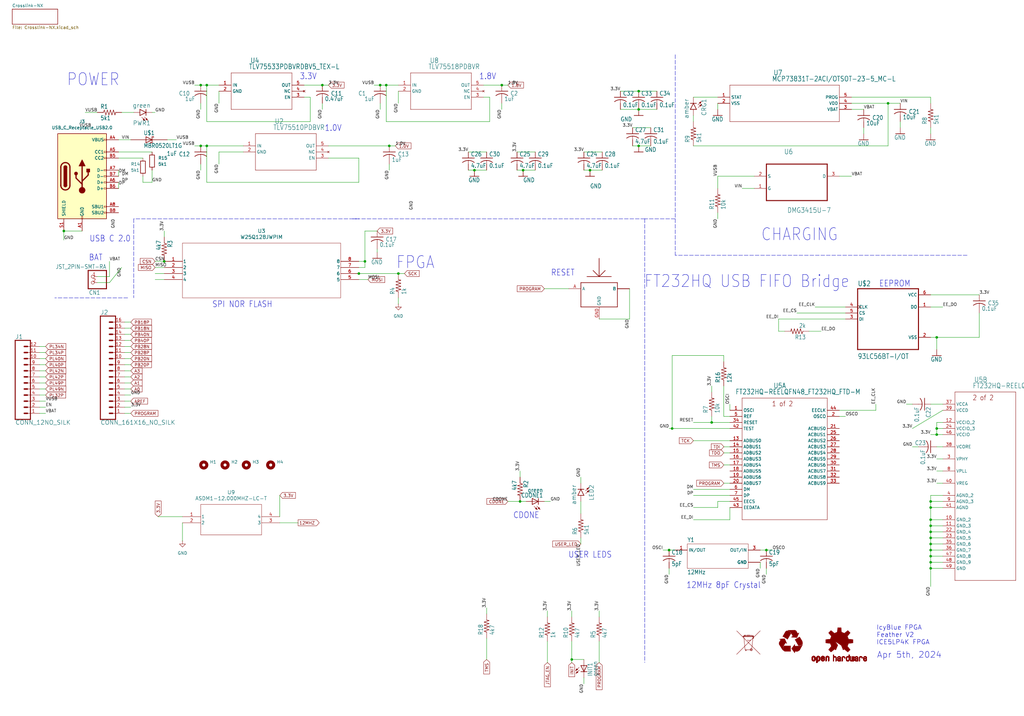
<source format=kicad_sch>
(kicad_sch (version 20231120) (generator "eeschema") (generator_version "8.0")
  (paper "User" 427.609 299.161)
  (lib_symbols
    (symbol "Connector:USB_C_Receptacle_USB2.0" (pin_names (offset 1.016))
      (property "Reference" "J" (at -10.16 19.05 0))
      (property "Value" "USB_C_Receptacle_USB2.0" (at 19.05 19.05 0))
      (symbol "USB_C_Receptacle_USB2.0_1_1"
        (pin passive line (at 0 -22.86 90) (length 5.08) (name "GND") (number "A1"))
        (pin passive line (at 0 -22.86 90) (length 5.08) hide (name "GND") (number "A12"))
        (pin passive line (at 15.24 15.24 180) (length 5.08) (name "VBUS") (number "A4"))
        (pin bidirectional line (at 15.24 10.16 180) (length 5.08) (name "CC1") (number "A5"))
        (pin bidirectional line (at 15.24 -2.54 180) (length 5.08) (name "D+") (number "A6"))
        (pin bidirectional line (at 15.24 2.54 180) (length 5.08) (name "D-") (number "A7"))
        (pin bidirectional line (at 15.24 -12.7 180) (length 5.08) (name "SBU1") (number "A8"))
        (pin passive line (at 15.24 15.24 180) (length 5.08) hide (name "VBUS") (number "A9"))
        (pin passive line (at 0 -22.86 90) (length 5.08) hide (name "GND") (number "B1"))
        (pin passive line (at 0 -22.86 90) (length 5.08) hide (name "GND") (number "B12"))
        (pin passive line (at 15.24 15.24 180) (length 5.08) hide (name "VBUS") (number "B4"))
        (pin bidirectional line (at 15.24 7.62 180) (length 5.08) (name "CC2") (number "B5"))
        (pin bidirectional line (at 15.24 -5.08 180) (length 5.08) (name "D+") (number "B6"))
        (pin bidirectional line (at 15.24 0 180) (length 5.08) (name "D-") (number "B7"))
        (pin bidirectional line (at 15.24 -15.24 180) (length 5.08) (name "SBU2") (number "B8"))
        (pin passive line (at 15.24 15.24 180) (length 5.08) hide (name "VBUS") (number "B9"))
        (pin passive line (at -7.62 -22.86 90) (length 5.08) (name "SHIELD") (number "S1"))
      )
    )
    (symbol "Device:R" (pin_numbers hide) (pin_names (offset 0))
      (property "Reference" "R" (at 2.032 0 90))
      (property "Value" "R" (at 0 0 90))
      (symbol "R_1_1"
        (pin passive line (at 0 3.81 270) (length 1.27) (name "~") (number "1"))
        (pin passive line (at 0 -3.81 90) (length 1.27) (name "~") (number "2"))
      )
    )
    (symbol "Lattice FPGA standard feather wing-eagle-import:93LC56BT-I/OT"
      (property "Value" "93LC56BT-I{slash}OT" (at -12.7 -16.7 0))
      (symbol "93LC56BT-I/OT_1_0"
        (pin output line (at 17.78 5.08 180) (length 5.08) (name "DO") (number "1"))
        (pin power_in line (at 17.78 -7.62 180) (length 5.08) (name "VSS") (number "2"))
        (pin input line (at -17.78 0 0) (length 5.08) (name "DI") (number "3"))
        (pin input clock (at -17.78 5.08 0) (length 5.08) (name "CLK") (number "4"))
        (pin input line (at -17.78 2.54 0) (length 5.08) (name "CS") (number "5"))
        (pin power_in line (at 17.78 10.16 180) (length 5.08) (name "VCC") (number "6"))
      )
    )
    (symbol "Lattice FPGA standard feather wing-eagle-import:C-USC0402"
      (property "Reference" "C" (at 1.016 0.635 0))
      (property "Value" "C-USC0402" (at 1.016 -4.191 0))
      (symbol "C-USC0402_1_0"
        (pin passive line (at 0 2.54 270) (length 2.54) (name "1") (number "1"))
        (pin passive line (at 0 -5.08 90) (length 2.54) (name "2") (number "2"))
      )
    )
    (symbol "Lattice FPGA standard feather wing-eagle-import:C-USC0603"
      (property "Reference" "C" (at 1.016 0.635 0))
      (property "Value" "C-USC0603" (at 1.016 -4.191 0))
      (symbol "C-USC0603_1_0"
        (pin passive line (at 0 2.54 270) (length 2.54) (name "1") (number "1"))
        (pin passive line (at 0 -5.08 90) (length 2.54) (name "2") (number "2"))
      )
    )
    (symbol "Lattice FPGA standard feather wing-eagle-import:CONN_12NO_SILK"
      (property "Reference" "J" (at 0 15.748 0))
      (property "Value" "CONN_12NO_SILK" (at 0 -20.066 0))
      (symbol "CONN_12NO_SILK_1_0"
        (pin passive line (at 10.16 -15.24 180) (length 5.08) (name "1") (number "1"))
        (pin passive line (at 10.16 7.62 180) (length 5.08) (name "10") (number "10"))
        (pin passive line (at 10.16 10.16 180) (length 5.08) (name "11") (number "11"))
        (pin passive line (at 10.16 12.7 180) (length 5.08) (name "12") (number "12"))
        (pin passive line (at 10.16 -12.7 180) (length 5.08) (name "2") (number "2"))
        (pin passive line (at 10.16 -10.16 180) (length 5.08) (name "3") (number "3"))
        (pin passive line (at 10.16 -7.62 180) (length 5.08) (name "4") (number "4"))
        (pin passive line (at 10.16 -5.08 180) (length 5.08) (name "5") (number "5"))
        (pin passive line (at 10.16 -2.54 180) (length 5.08) (name "6") (number "6"))
        (pin passive line (at 10.16 0 180) (length 5.08) (name "7") (number "7"))
        (pin passive line (at 10.16 2.54 180) (length 5.08) (name "8") (number "8"))
        (pin passive line (at 10.16 5.08 180) (length 5.08) (name "9") (number "9"))
      )
    )
    (symbol "Lattice FPGA standard feather wing-eagle-import:CONN_161X16_NO_SILK"
      (property "Reference" "J" (at 0 20.828 0))
      (property "Value" "CONN_161X16_NO_SILK" (at 0 -25.146 0))
      (symbol "CONN_161X16_NO_SILK_1_0"
        (pin passive line (at 10.16 -20.32 180) (length 5.08) (name "1") (number "1"))
        (pin passive line (at 10.16 2.54 180) (length 5.08) (name "10") (number "10"))
        (pin passive line (at 10.16 5.08 180) (length 5.08) (name "11") (number "11"))
        (pin passive line (at 10.16 7.62 180) (length 5.08) (name "12") (number "12"))
        (pin passive line (at 10.16 10.16 180) (length 5.08) (name "13") (number "13"))
        (pin passive line (at 10.16 12.7 180) (length 5.08) (name "14") (number "14"))
        (pin passive line (at 10.16 15.24 180) (length 5.08) (name "15") (number "15"))
        (pin passive line (at 10.16 17.78 180) (length 5.08) (name "16") (number "16"))
        (pin passive line (at 10.16 -17.78 180) (length 5.08) (name "2") (number "2"))
        (pin passive line (at 10.16 -15.24 180) (length 5.08) (name "3") (number "3"))
        (pin passive line (at 10.16 -12.7 180) (length 5.08) (name "4") (number "4"))
        (pin passive line (at 10.16 -10.16 180) (length 5.08) (name "5") (number "5"))
        (pin passive line (at 10.16 -7.62 180) (length 5.08) (name "6") (number "6"))
        (pin passive line (at 10.16 -5.08 180) (length 5.08) (name "7") (number "7"))
        (pin passive line (at 10.16 -2.54 180) (length 5.08) (name "8") (number "8"))
        (pin passive line (at 10.16 0 180) (length 5.08) (name "9") (number "9"))
      )
    )
    (symbol "Lattice FPGA standard feather wing-eagle-import:DMG3415U-7"
      (property "Reference" "U" (at -5.3656 9.1292 0))
      (property "Value" "DMG3415U-7" (at -4.0413 -15.3268 0))
      (symbol "DMG3415U-7_1_0"
        (pin power_in line (at -17.78 -5.08 0) (length 5.08) (name "G") (number "1"))
        (pin passive line (at -17.78 0 0) (length 5.08) (name "S") (number "2"))
        (pin output line (at 17.78 0 180) (length 5.08) (name "D") (number "3"))
      )
    )
    (symbol "Lattice FPGA standard feather wing-eagle-import:ECS-480-10-37-JTN-TR"
      (property "Reference" "Y" (at -12.7159 5.8493 0))
      (property "Value" "ECS-480-10-37-JTN-TR" (at -12.73 -7.638 0))
      (symbol "ECS-480-10-37-JTN-TR_1_0"
        (pin bidirectional line (at -17.78 2.54 0) (length 5.08) (name "IN/OUT") (number "1"))
        (pin power_in line (at 17.78 -2.54 180) (length 5.08) (name "GND") (number "2"))
        (pin bidirectional line (at 17.78 2.54 180) (length 5.08) (name "OUT/IN") (number "3"))
        (pin power_in line (at 17.78 -2.54 180) (length 5.08) (name "GND") (number "4"))
      )
    )
    (symbol "Lattice FPGA standard feather wing-eagle-import:FT232HQ-REELQFN48_FT232HQ_FTD-M"
      (property "Reference" "U" (at 15.5956 9.1186 0))
      (property "Value" "FT232HQ-REELQFN48_FT232HQ_FTD-M" (at 14.9606 6.5786 0))
      (symbol "FT232HQ-REELQFN48_FT232HQ_FTD-M_1_0"
        (text "1 of 2" (at 20.0406 1.4986 0) (effects (font (size 2.0828 1.7703)) (justify left bottom)))
        (pin input line (at 2.54 0 0) (length 5.08) (name "OSCI") (number "1"))
        (pin bidirectional line (at 2.54 -12.7 0) (length 5.08) (name "ADBUS0") (number "13"))
        (pin bidirectional line (at 2.54 -15.24 0) (length 5.08) (name "ADBUS1") (number "14"))
        (pin bidirectional line (at 2.54 -17.78 0) (length 5.08) (name "ADBUS2") (number "15"))
        (pin bidirectional line (at 2.54 -20.32 0) (length 5.08) (name "ADBUS3") (number "16"))
        (pin bidirectional line (at 2.54 -22.86 0) (length 5.08) (name "ADBUS4") (number "17"))
        (pin bidirectional line (at 2.54 -25.4 0) (length 5.08) (name "ADBUS5") (number "18"))
        (pin bidirectional line (at 2.54 -27.94 0) (length 5.08) (name "ADBUS6") (number "19"))
        (pin output line (at 48.26 -2.54 180) (length 5.08) (name "OSCO") (number "2"))
        (pin bidirectional line (at 2.54 -30.48 0) (length 5.08) (name "ADBUS7") (number "20"))
        (pin bidirectional line (at 48.26 -7.62 180) (length 5.08) (name "ACBUS0") (number "21"))
        (pin bidirectional line (at 48.26 -10.16 180) (length 5.08) (name "ACBUS1") (number "25"))
        (pin bidirectional line (at 48.26 -12.7 180) (length 5.08) (name "ACBUS2") (number "26"))
        (pin bidirectional line (at 48.26 -15.24 180) (length 5.08) (name "ACBUS3") (number "27"))
        (pin bidirectional line (at 48.26 -17.78 180) (length 5.08) (name "ACBUS4") (number "28"))
        (pin bidirectional line (at 48.26 -20.32 180) (length 5.08) (name "ACBUS5") (number "29"))
        (pin bidirectional line (at 48.26 -22.86 180) (length 5.08) (name "ACBUS6") (number "30"))
        (pin bidirectional line (at 48.26 -25.4 180) (length 5.08) (name "ACBUS7") (number "31"))
        (pin bidirectional line (at 48.26 -27.94 180) (length 5.08) (name "ACBUS8") (number "32"))
        (pin bidirectional line (at 48.26 -30.48 180) (length 5.08) (name "ACBUS9") (number "33"))
        (pin input line (at 2.54 -5.08 0) (length 5.08) (name "RESET") (number "34"))
        (pin input line (at 2.54 -7.62 0) (length 5.08) (name "TEST") (number "42"))
        (pin bidirectional line (at 2.54 -40.64 0) (length 5.08) (name "EEDATA") (number "43"))
        (pin output line (at 48.26 0 180) (length 5.08) (name "EECLK") (number "44"))
        (pin bidirectional line (at 2.54 -38.1 0) (length 5.08) (name "EECS") (number "45"))
        (pin input line (at 2.54 -2.54 0) (length 5.08) (name "REF") (number "5"))
        (pin bidirectional line (at 2.54 -33.02 0) (length 5.08) (name "DM") (number "6"))
        (pin bidirectional line (at 2.54 -35.56 0) (length 5.08) (name "DP") (number "7"))
      )
      (symbol "FT232HQ-REELQFN48_FT232HQ_FTD-M_2_0"
        (text "2 of 2" (at 14.9606 1.4986 0) (effects (font (size 2.0828 1.7703)) (justify left bottom)))
        (pin passive line (at 2.54 -48.26 0) (length 5.08) (name "GND_2") (number "10"))
        (pin passive line (at 2.54 -50.8 0) (length 5.08) (name "GND_3") (number "11"))
        (pin power_in line (at 2.54 -7.62 0) (length 5.08) (name "VCCIO_2") (number "12"))
        (pin passive line (at 2.54 -53.34 0) (length 5.08) (name "GND_4") (number "22"))
        (pin passive line (at 2.54 -55.88 0) (length 5.08) (name "GND_5") (number "23"))
        (pin power_in line (at 2.54 -10.16 0) (length 5.08) (name "VCCIO_3") (number "24"))
        (pin power_in line (at 2.54 -22.86 0) (length 5.08) (name "VPHY") (number "3"))
        (pin passive line (at 2.54 -58.42 0) (length 5.08) (name "GND_6") (number "35"))
        (pin passive line (at 2.54 -60.96 0) (length 5.08) (name "GND_7") (number "36"))
        (pin power_in line (at 2.54 0 0) (length 5.08) (name "VCCA") (number "37"))
        (pin power_in line (at 2.54 -17.78 0) (length 5.08) (name "VCORE") (number "38"))
        (pin power_in line (at 2.54 -2.54 0) (length 5.08) (name "VCCD") (number "39"))
        (pin passive line (at 2.54 -38.1 0) (length 5.08) (name "AGND_2") (number "4"))
        (pin power_in line (at 2.54 -33.02 0) (length 5.08) (name "VREG") (number "40"))
        (pin passive line (at 2.54 -43.18 0) (length 5.08) (name "AGND") (number "41"))
        (pin power_in line (at 2.54 -12.7 0) (length 5.08) (name "VCCIO") (number "46"))
        (pin passive line (at 2.54 -63.5 0) (length 5.08) (name "GND_8") (number "47"))
        (pin passive line (at 2.54 -66.04 0) (length 5.08) (name "GND_9") (number "48"))
        (pin passive line (at 2.54 -68.58 0) (length 5.08) (name "GND") (number "49"))
        (pin power_in line (at 2.54 -27.94 0) (length 5.08) (name "VPLL") (number "8"))
        (pin passive line (at 2.54 -40.64 0) (length 5.08) (name "AGND_3") (number "9"))
      )
    )
    (symbol "Lattice FPGA standard feather wing-eagle-import:GND" (power)
      (property "Value" "GND" (at -2.54 -2.54 0))
      (symbol "GND_1_0"
        (pin power_in line (at 0 2.54 270) (length 2.54) (name "GND") (number "1"))
      )
    )
    (symbol "Lattice FPGA standard feather wing-eagle-import:JST_2PIN-SMT-RA"
      (property "Reference" "CN" (at -6.35 5.715 0))
      (property "Value" "JST_2PIN-SMT-RA" (at -6.35 -5.08 0))
      (symbol "JST_2PIN-SMT-RA_1_0"
        (pin passive inverted (at -2.54 0 0) (length 2.54) (name "2") (number "1"))
        (pin passive inverted (at -2.54 2.54 0) (length 2.54) (name "1") (number "2"))
      )
    )
    (symbol "Lattice FPGA standard feather wing-eagle-import:LED0603"
      (property "Reference" "D" (at -3.429 -4.572 90))
      (property "Value" "LED0603" (at 1.905 -4.572 90))
      (symbol "LED0603_1_0"
        (pin passive line (at 0 2.54 270) (length 2.54) (name "A") (number "A"))
        (pin passive line (at 0 -5.08 90) (length 2.54) (name "C") (number "C"))
      )
    )
    (symbol "Lattice FPGA standard feather wing-eagle-import:LEDCHIP-LED0603"
      (property "Reference" "LED" (at 3.556 -4.572 90))
      (property "Value" "LEDCHIP-LED0603" (at 5.715 -4.572 90))
      (symbol "LEDCHIP-LED0603_1_0"
        (pin passive line (at 0 2.54 270) (length 2.54) (name "A") (number "A"))
        (pin passive line (at 0 -5.08 90) (length 2.54) (name "C") (number "C"))
      )
    )
    (symbol "Lattice FPGA standard feather wing-eagle-import:MBR0520LT1G"
      (property "Value" "MBR0520LT1G" (at -2.2904 -3.4356 0))
      (symbol "MBR0520LT1G_1_0"
        (pin passive line (at 7.62 0 180) (length 7.62) (name "C") (number "1"))
        (pin passive line (at -7.62 0 0) (length 7.62) (name "A") (number "2"))
      )
    )
    (symbol "Lattice FPGA standard feather wing-eagle-import:MCP73831T-2ACI/OTSOT-23-5_MC-L"
      (property "Reference" "U" (at 25.7556 9.1186 0))
      (property "Value" "MCP73831T-2ACI{slash}OTSOT-23-5_MC-L" (at 25.1206 6.5786 0))
      (symbol "MCP73831T-2ACI/OTSOT-23-5_MC-L_1_0"
        (pin passive line (at 2.54 0 0) (length 5.08) (name "STAT") (number "1"))
        (pin passive line (at 2.54 -2.54 0) (length 5.08) (name "VSS") (number "2"))
        (pin passive line (at 58.42 -5.08 180) (length 5.08) (name "VBAT") (number "3"))
        (pin passive line (at 58.42 -2.54 180) (length 5.08) (name "VDD") (number "4"))
        (pin passive line (at 58.42 0 180) (length 5.08) (name "PROG") (number "5"))
      )
    )
    (symbol "Lattice FPGA standard feather wing-eagle-import:OSHW-LOGOS")
    (symbol "Lattice FPGA standard feather wing-eagle-import:R-US_R0402"
      (property "Reference" "R" (at -3.81 1.4986 0))
      (property "Value" "R-US_R0402" (at -3.81 -3.302 0))
      (symbol "R-US_R0402_1_0"
        (pin passive line (at -5.08 0 0) (length 2.54) (name "1") (number "1"))
        (pin passive line (at 5.08 0 180) (length 2.54) (name "2") (number "2"))
      )
    )
    (symbol "Lattice FPGA standard feather wing-eagle-import:R-US_R0603"
      (property "Reference" "R" (at -3.81 1.4986 0))
      (property "Value" "R-US_R0603" (at -3.81 -3.302 0))
      (symbol "R-US_R0603_1_0"
        (pin passive line (at -5.08 0 0) (length 2.54) (name "1") (number "1"))
        (pin passive line (at 5.08 0 180) (length 2.54) (name "2") (number "2"))
      )
    )
    (symbol "Lattice FPGA standard feather wing-eagle-import:RECYCLING_10.00")
    (symbol "Lattice FPGA standard feather wing-eagle-import:SOF-232HST"
      (symbol "SOF-232HST_1_0"
        (pin bidirectional line (at 2.54 10.16 0) (length 5.08) (name "A") (number "A"))
        (pin bidirectional line (at 27.94 10.16 180) (length 5.08) (name "B") (number "B"))
        (pin bidirectional line (at 27.94 10.16 180) (length 5.08) (name "B") (number "B2"))
        (pin bidirectional line (at 27.94 10.16 180) (length 5.08) (name "B") (number "B3"))
        (pin bidirectional line (at 15.24 -2.54 90) (length 5.08) (name "GND") (number "GND"))
      )
    )
    (symbol "Lattice FPGA standard feather wing-eagle-import:TLV75533PDBVRDBV5_TEX-L"
      (property "Reference" "U" (at 15.5956 9.1186 0))
      (property "Value" "TLV75533PDBVRDBV5_TEX-L" (at 14.9606 6.5786 0))
      (symbol "TLV75533PDBVRDBV5_TEX-L_1_0"
        (pin input line (at 2.54 0 0) (length 5.08) (name "IN") (number "1"))
        (pin power_in line (at 2.54 -2.54 0) (length 5.08) (name "GND") (number "2"))
        (pin input line (at 38.1 -5.08 180) (length 5.08) (name "EN") (number "3"))
        (pin no_connect line (at 38.1 -2.54 180) (length 5.08) (name "NC") (number "4"))
        (pin output line (at 38.1 0 180) (length 5.08) (name "OUT") (number "5"))
      )
    )
    (symbol "Lattice FPGA standard feather wing-eagle-import:TONNE_10.00")
    (symbol "Mechanical:MountingHole" (pin_names (offset 1.016))
      (property "Reference" "H" (at 0 5.08 0))
      (property "Value" "MountingHole" (at 0 3.175 0))
    )
    (symbol "Memory_Flash_128Mbit:W25Q128JWPIM" (pin_names (offset 0.254))
      (property "Reference" "U" (at 40.64 12.7 0))
      (property "Value" "W25Q128JWPIM" (at 40.64 10.16 0))
      (symbol "W25Q128JWPIM_0_1"
        (pin unspecified line (at 0 0 0) (length 7.62) (name "1") (number "1"))
        (pin unspecified line (at 0 -2.54 0) (length 7.62) (name "2") (number "2"))
        (pin unspecified line (at 0 -5.08 0) (length 7.62) (name "3") (number "3"))
        (pin unspecified line (at 0 -7.62 0) (length 7.62) (name "4") (number "4"))
        (pin unspecified line (at 81.28 -7.62 180) (length 7.62) (name "5") (number "5"))
        (pin unspecified line (at 81.28 -5.08 180) (length 7.62) (name "6") (number "6"))
        (pin unspecified line (at 81.28 -2.54 180) (length 7.62) (name "7") (number "7"))
        (pin unspecified line (at 81.28 0 180) (length 7.62) (name "8") (number "8"))
      )
    )
    (symbol "XCO_ABRA_12MHZ:ASDM1-12.000MHZ-LC-T" (pin_names (offset 0.254))
      (property "Reference" "U" (at 20.32 10.16 0))
      (property "Value" "ASDM1-12.000MHZ-LC-T" (at 20.32 7.62 0))
      (symbol "ASDM1-12.000MHZ-LC-T_0_1"
        (pin unspecified line (at 0 0 0) (length 7.62) (name "1") (number "1"))
        (pin unspecified line (at 0 -2.54 0) (length 7.62) (name "2") (number "2"))
        (pin unspecified line (at 40.64 -2.54 180) (length 7.62) (name "3") (number "3"))
        (pin unspecified line (at 40.64 0 180) (length 7.62) (name "4") (number "4"))
      )
    )
    (symbol "power:GND" (power) (pin_numbers hide) (pin_names (offset 0) hide)
      (property "Value" "GND" (at 0 -3.81 0))
      (symbol "GND_1_1"
        (pin power_in line (at 0 0 270) (length 0) (name "~") (number "1"))
      )
    )
  )
  (junction (at 68.58 109.22))
  (junction (at 370.84 43.18))
  (junction (at 83.82 60.96))
  (junction (at 388.62 222.25))
  (junction (at 279.4 229.87))
  (junction (at 266.7 38.1))
  (junction (at 388.62 232.41))
  (junction (at 26.67 96.52))
  (junction (at 161.29 35.56))
  (junction (at 388.62 227.33))
  (junction (at 391.16 181.61))
  (junction (at 388.62 212.09))
  (junction (at 320.04 229.87))
  (junction (at 391.16 179.07))
  (junction (at 388.62 219.71))
  (junction (at 209.55 35.56))
  (junction (at 86.36 60.96))
  (junction (at 218.44 71.12))
  (junction (at 388.62 234.95))
  (junction (at 388.62 209.55))
  (junction (at 198.12 71.12))
  (junction (at 246.38 71.12))
  (junction (at 280.67 179.07))
  (junction (at 83.82 35.56))
  (junction (at 297.18 176.53))
  (junction (at 134.62 35.56))
  (junction (at 166.37 114.3))
  (junction (at 388.62 237.49))
  (junction (at 162.56 60.96))
  (junction (at 388.62 224.79))
  (junction (at 238.76 275.59))
  (junction (at 158.75 35.56))
  (junction (at 266.7 60.96))
  (junction (at 152.4 109.22))
  (junction (at 149.86 114.3))
  (junction (at 86.36 35.56))
  (junction (at 217.17 209.55))
  (junction (at 388.62 229.87))
  (junction (at 391.16 140.97))
  (junction (at 388.62 217.17))
  (junction (at 266.7 45.72))
  (wire (pts (xy 304.8 217.17) (xy 289.56 217.17)))
  (wire (pts (xy 393.7 212.09) (xy 388.62 212.09)))
  (wire (pts (xy 16.51 167.64) (xy 19.05 167.64)))
  (wire (pts (xy 218.44 71.12) (xy 215.9 71.12)))
  (polyline (pts (xy 281.94 91.44) (xy 269.24 91.44)) (stroke (width 0) (type dash)))
  (wire (pts (xy 91.44 63.5) (xy 101.6 63.5)))
  (wire (pts (xy 391.16 179.07) (xy 391.16 181.61)))
  (wire (pts (xy 203.2 266.7) (xy 203.2 275.59)))
  (wire (pts (xy 228.6 267.97) (xy 228.6 276.86)))
  (wire (pts (xy 152.4 96.52) (xy 157.48 96.52)))
  (wire (pts (xy 16.51 152.4) (xy 19.05 152.4)))
  (wire (pts (xy 64.77 109.22) (xy 68.58 109.22)))
  (polyline (pts (xy 281.94 22.86) (xy 281.94 106.68)) (stroke (width 0) (type dash)))
  (wire (pts (xy 52.07 142.24) (xy 54.61 142.24)))
  (wire (pts (xy 158.75 43.18) (xy 158.75 45.72)))
  (wire (pts (xy 274.32 38.1) (xy 266.7 38.1)))
  (wire (pts (xy 198.12 71.12) (xy 195.58 71.12)))
  (wire (pts (xy 16.51 149.86) (xy 19.05 149.86)))
  (wire (pts (xy 353.06 130.81) (xy 332.74 130.81)))
  (wire (pts (xy 204.47 50.8) (xy 204.47 40.64)))
  (wire (pts (xy 66.04 215.9) (xy 76.2 215.9)))
  (wire (pts (xy 152.4 109.22) (xy 152.4 111.76)))
  (wire (pts (xy 137.16 66.04) (xy 149.86 66.04)))
  (wire (pts (xy 391.16 176.53) (xy 391.16 179.07)))
  (wire (pts (xy 49.53 66.04) (xy 59.69 66.04)))
  (wire (pts (xy 86.36 35.56) (xy 86.36 50.8)))
  (wire (pts (xy 299.72 73.66) (xy 299.72 78.74)))
  (wire (pts (xy 250.19 257.81) (xy 250.19 255.27)))
  (wire (pts (xy 149.86 109.22) (xy 152.4 109.22)))
  (wire (pts (xy 52.07 154.94) (xy 54.61 154.94)))
  (polyline (pts (xy 53.34 124.46) (xy 22.86 124.46)) (stroke (width 0) (type dash)))
  (wire (pts (xy 35.56 46.99) (xy 40.64 46.99)))
  (wire (pts (xy 52.07 137.16) (xy 54.61 137.16)))
  (wire (pts (xy 149.86 114.3) (xy 166.37 114.3)))
  (wire (pts (xy 217.17 209.55) (xy 212.09 209.55)))
  (wire (pts (xy 391.16 140.97) (xy 408.94 140.97)))
  (wire (pts (xy 50.8 46.99) (xy 55.88 46.99)))
  (wire (pts (xy 162.56 60.96) (xy 165.1 60.96)))
  (wire (pts (xy 86.36 76.2) (xy 149.86 76.2)))
  (wire (pts (xy 353.06 128.27) (xy 340.36 128.27)))
  (wire (pts (xy 393.7 186.69) (xy 391.16 186.69)))
  (wire (pts (xy 52.07 162.56) (xy 54.61 162.56)))
  (wire (pts (xy 279.4 237.49) (xy 279.4 240.03)))
  (wire (pts (xy 314.96 73.66) (xy 299.72 73.66)))
  (wire (pts (xy 63.5 76.2) (xy 59.69 76.2)))
  (wire (pts (xy 83.82 43.18) (xy 83.82 45.72)))
  (wire (pts (xy 227.33 209.55) (xy 229.87 209.55)))
  (wire (pts (xy 388.62 237.49) (xy 388.62 245.11)))
  (wire (pts (xy 86.36 50.8) (xy 129.54 50.8)))
  (wire (pts (xy 161.29 35.56) (xy 161.29 50.8)))
  (wire (pts (xy 302.26 161.29) (xy 302.26 173.99)))
  (wire (pts (xy 166.37 38.1) (xy 166.37 43.18)))
  (wire (pts (xy 279.4 229.87) (xy 276.86 229.87)))
  (wire (pts (xy 238.76 275.59) (xy 238.76 276.86)))
  (wire (pts (xy 314.96 78.74) (xy 309.88 78.74)))
  (wire (pts (xy 203.2 71.12) (xy 198.12 71.12)))
  (wire (pts (xy 393.7 227.33) (xy 388.62 227.33)))
  (wire (pts (xy 262.89 133.35) (xy 262.89 120.65)))
  (wire (pts (xy 388.62 128.27) (xy 393.7 128.27)))
  (wire (pts (xy 391.16 140.97) (xy 391.16 146.05)))
  (wire (pts (xy 149.86 116.84) (xy 153.67 116.84)))
  (wire (pts (xy 49.53 71.12) (xy 49.53 73.66)))
  (wire (pts (xy 116.84 218.44) (xy 124.46 218.44)))
  (wire (pts (xy 228.6 257.81) (xy 228.6 255.27)))
  (wire (pts (xy 302.26 148.59) (xy 280.67 148.59)))
  (wire (pts (xy 91.44 38.1) (xy 91.44 43.18)))
  (wire (pts (xy 266.7 38.1) (xy 259.08 38.1)))
  (wire (pts (xy 52.07 172.72) (xy 54.61 172.72)))
  (wire (pts (xy 271.78 53.34) (xy 264.16 53.34)))
  (wire (pts (xy 365.76 171.45) (xy 365.76 168.91)))
  (wire (pts (xy 64.77 114.3) (xy 68.58 114.3)))
  (polyline (pts (xy 269.24 91.44) (xy 269.24 276.86)) (stroke (width 0) (type dash)))
  (wire (pts (xy 45.72 115.57) (xy 45.72 109.22)))
  (wire (pts (xy 388.62 140.97) (xy 391.16 140.97)))
  (wire (pts (xy 302.26 151.13) (xy 302.26 148.59)))
  (wire (pts (xy 271.78 60.96) (xy 266.7 60.96)))
  (wire (pts (xy 325.12 138.43) (xy 325.12 133.35)))
  (wire (pts (xy 83.82 35.56) (xy 81.28 35.56)))
  (wire (pts (xy 137.16 60.96) (xy 162.56 60.96)))
  (wire (pts (xy 393.7 224.79) (xy 388.62 224.79)))
  (wire (pts (xy 209.55 35.56) (xy 212.09 35.56)))
  (wire (pts (xy 317.5 234.95) (xy 317.5 237.49)))
  (wire (pts (xy 129.54 50.8) (xy 129.54 40.64)))
  (wire (pts (xy 251.46 63.5) (xy 243.84 63.5)))
  (wire (pts (xy 52.07 167.64) (xy 54.61 167.64)))
  (wire (pts (xy 83.82 60.96) (xy 81.28 60.96)))
  (wire (pts (xy 262.89 133.35) (xy 250.19 133.35)))
  (wire (pts (xy 16.51 157.48) (xy 19.05 157.48)))
  (wire (pts (xy 166.37 35.56) (xy 161.29 35.56)))
  (wire (pts (xy 337.82 138.43) (xy 342.9 138.43)))
  (wire (pts (xy 157.48 105.41) (xy 157.48 104.14)))
  (wire (pts (xy 266.7 60.96) (xy 264.16 60.96)))
  (wire (pts (xy 86.36 60.96) (xy 86.36 76.2)))
  (wire (pts (xy 243.84 283.21) (xy 243.84 285.75)))
  (wire (pts (xy 166.37 124.46) (xy 166.37 127)))
  (wire (pts (xy 45.72 118.11) (xy 50.8 111.76)))
  (wire (pts (xy 355.6 40.64) (xy 388.62 40.64)))
  (wire (pts (xy 69.85 58.42) (xy 73.66 58.42)))
  (wire (pts (xy 16.51 160.02) (xy 19.05 160.02)))
  (wire (pts (xy 238.76 257.81) (xy 238.76 255.27)))
  (wire (pts (xy 388.62 212.09) (xy 388.62 217.17)))
  (wire (pts (xy 52.07 165.1) (xy 54.61 165.1)))
  (wire (pts (xy 304.8 194.31) (xy 302.26 194.31)))
  (wire (pts (xy 393.7 229.87) (xy 388.62 229.87)))
  (wire (pts (xy 289.56 48.26) (xy 289.56 50.8)))
  (wire (pts (xy 127 35.56) (xy 134.62 35.56)))
  (wire (pts (xy 161.29 50.8) (xy 204.47 50.8)))
  (wire (pts (xy 299.72 88.9) (xy 299.72 91.44)))
  (wire (pts (xy 49.53 76.2) (xy 49.53 78.74)))
  (wire (pts (xy 408.94 123.19) (xy 388.62 123.19)))
  (wire (pts (xy 393.7 222.25) (xy 388.62 222.25)))
  (wire (pts (xy 52.07 139.7) (xy 54.61 139.7)))
  (wire (pts (xy 383.54 186.69) (xy 381 186.69)))
  (wire (pts (xy 91.44 35.56) (xy 86.36 35.56)))
  (wire (pts (xy 59.69 73.66) (xy 59.69 76.2)))
  (wire (pts (xy 393.7 168.91) (xy 388.62 168.91)))
  (wire (pts (xy 297.18 176.53) (xy 289.56 176.53)))
  (wire (pts (xy 375.92 50.8) (xy 375.92 53.34)))
  (wire (pts (xy 281.94 229.87) (xy 279.4 229.87)))
  (wire (pts (xy 76.2 218.44) (xy 76.2 226.06)))
  (wire (pts (xy 370.84 60.96) (xy 370.84 43.18)))
  (wire (pts (xy 63.5 71.12) (xy 63.5 76.2)))
  (wire (pts (xy 45.72 118.11) (xy 40.64 118.11)))
  (wire (pts (xy 52.07 147.32) (xy 54.61 147.32)))
  (wire (pts (xy 52.07 144.78) (xy 54.61 144.78)))
  (wire (pts (xy 274.32 45.72) (xy 266.7 45.72)))
  (wire (pts (xy 320.04 237.49) (xy 320.04 240.03)))
  (wire (pts (xy 289.56 207.01) (xy 304.8 207.01)))
  (wire (pts (xy 64.77 111.76) (xy 68.58 111.76)))
  (wire (pts (xy 16.51 154.94) (xy 19.05 154.94)))
  (wire (pts (xy 63.5 46.99) (xy 64.77 46.99)))
  (wire (pts (xy 289.56 60.96) (xy 370.84 60.96)))
  (wire (pts (xy 26.67 96.52) (xy 34.29 96.52)))
  (wire (pts (xy 149.86 111.76) (xy 152.4 111.76)))
  (wire (pts (xy 204.47 40.64) (xy 201.93 40.64)))
  (wire (pts (xy 242.57 224.79) (xy 242.57 227.33)))
  (wire (pts (xy 353.06 133.35) (xy 325.12 133.35)))
  (wire (pts (xy 45.72 115.57) (xy 40.64 115.57)))
  (wire (pts (xy 16.51 147.32) (xy 19.05 147.32)))
  (wire (pts (xy 388.62 207.01) (xy 388.62 209.55)))
  (wire (pts (xy 217.17 199.39) (xy 217.17 196.85)))
  (wire (pts (xy 350.52 171.45) (xy 365.76 171.45)))
  (wire (pts (xy 304.8 186.69) (xy 302.26 186.69)))
  (wire (pts (xy 304.8 189.23) (xy 302.26 189.23)))
  (polyline (pts (xy 269.24 91.44) (xy 149.86 91.44)) (stroke (width 0) (type dash)))
  (wire (pts (xy 299.72 43.18) (xy 299.72 45.72)))
  (wire (pts (xy 279.4 179.07) (xy 280.67 179.07)))
  (wire (pts (xy 203.2 256.54) (xy 203.2 254)))
  (wire (pts (xy 134.62 43.18) (xy 134.62 45.72)))
  (wire (pts (xy 223.52 63.5) (xy 215.9 63.5)))
  (wire (pts (xy 68.58 99.06) (xy 68.58 96.52)))
  (wire (pts (xy 393.7 176.53) (xy 391.16 176.53)))
  (wire (pts (xy 388.62 232.41) (xy 388.62 234.95)))
  (wire (pts (xy 52.07 134.62) (xy 54.61 134.62)))
  (wire (pts (xy 350.52 173.99) (xy 353.06 173.99)))
  (wire (pts (xy 86.36 60.96) (xy 83.82 60.96)))
  (wire (pts (xy 162.56 68.58) (xy 162.56 71.12)))
  (wire (pts (xy 209.55 43.18) (xy 209.55 45.72)))
  (wire (pts (xy 152.4 109.22) (xy 152.4 96.52)))
  (wire (pts (xy 304.8 173.99) (xy 302.26 173.99)))
  (polyline (pts (xy 55.88 91.44) (xy 55.88 124.46)) (stroke (width 0) (type dash)))
  (wire (pts (xy 83.82 68.58) (xy 83.82 71.12)))
  (wire (pts (xy 381 168.91) (xy 378.46 168.91)))
  (wire (pts (xy 370.84 43.18) (xy 375.92 43.18)))
  (wire (pts (xy 360.68 53.34) (xy 360.68 55.88)))
  (wire (pts (xy 238.76 267.97) (xy 238.76 275.59)))
  (wire (pts (xy 251.46 71.12) (xy 246.38 71.12)))
  (wire (pts (xy 201.93 35.56) (xy 209.55 35.56)))
  (wire (pts (xy 388.62 222.25) (xy 388.62 224.79)))
  (wire (pts (xy 388.62 224.79) (xy 388.62 227.33)))
  (wire (pts (xy 304.8 212.09) (xy 304.8 217.17)))
  (wire (pts (xy 168.91 114.3) (xy 166.37 114.3)))
  (wire (pts (xy 388.62 219.71) (xy 388.62 222.25)))
  (wire (pts (xy 408.94 140.97) (xy 408.94 130.81)))
  (wire (pts (xy 161.29 35.56) (xy 158.75 35.56)))
  (wire (pts (xy 393.7 196.85) (xy 391.16 196.85)))
  (wire (pts (xy 388.62 234.95) (xy 388.62 237.49)))
  (wire (pts (xy 52.07 149.86) (xy 54.61 149.86)))
  (wire (pts (xy 16.51 172.72) (xy 19.05 172.72)))
  (wire (pts (xy 16.51 144.78) (xy 19.05 144.78)))
  (polyline (pts (xy 403.86 106.68) (xy 281.94 106.68)) (stroke (width 0) (type dash)))
  (wire (pts (xy 116.84 207.01) (xy 116.84 215.9)))
  (wire (pts (xy 52.07 170.18) (xy 54.61 170.18)))
  (wire (pts (xy 52.07 152.4) (xy 54.61 152.4)))
  (wire (pts (xy 158.75 35.56) (xy 156.21 35.56)))
  (wire (pts (xy 289.56 204.47) (xy 304.8 204.47)))
  (wire (pts (xy 393.7 217.17) (xy 388.62 217.17)))
  (wire (pts (xy 304.8 176.53) (xy 297.18 176.53)))
  (wire (pts (xy 217.17 209.55) (xy 219.71 209.55)))
  (wire (pts (xy 203.2 63.5) (xy 195.58 63.5)))
  (wire (pts (xy 129.54 40.64) (xy 127 40.64)))
  (wire (pts (xy 320.04 229.87) (xy 322.58 229.87)))
  (wire (pts (xy 16.51 162.56) (xy 19.05 162.56)))
  (wire (pts (xy 304.8 184.15) (xy 289.56 184.15)))
  (polyline (pts (xy 149.86 91.44) (xy 55.88 91.44)) (stroke (width 0) (type dash)))
  (wire (pts (xy 49.53 63.5) (xy 63.5 63.5)))
  (wire (pts (xy 86.36 35.56) (xy 83.82 35.56)))
  (wire (pts (xy 388.62 209.55) (xy 388.62 212.09)))
  (wire (pts (xy 86.36 60.96) (xy 101.6 60.96)))
  (wire (pts (xy 16.51 165.1) (xy 19.05 165.1)))
  (wire (pts (xy 393.7 219.71) (xy 388.62 219.71)))
  (wire (pts (xy 299.72 212.09) (xy 289.56 212.09)))
  (wire (pts (xy 393.7 234.95) (xy 388.62 234.95)))
  (wire (pts (xy 149.86 76.2) (xy 149.86 66.04)))
  (wire (pts (xy 148.59 114.3) (xy 149.86 114.3)))
  (wire (pts (xy 388.62 227.33) (xy 388.62 229.87)))
  (wire (pts (xy 388.62 53.34) (xy 388.62 55.88)))
  (wire (pts (xy 250.19 276.86) (xy 250.19 267.97)))
  (wire (pts (xy 242.57 209.55) (xy 242.57 214.63)))
  (wire (pts (xy 391.16 181.61) (xy 393.7 181.61)))
  (wire (pts (xy 242.57 201.93) (xy 242.57 199.39)))
  (wire (pts (xy 304.8 171.45) (xy 304.8 168.91)))
  (wire (pts (xy 393.7 191.77) (xy 391.16 191.77)))
  (polyline (pts (xy 147.32 91.44) (xy 149.86 91.44)) (stroke (width 0) (type dash)))
  (wire (pts (xy 393.7 232.41) (xy 388.62 232.41)))
  (wire (pts (xy 393.7 237.49) (xy 388.62 237.49)))
  (wire (pts (xy 91.44 63.5) (xy 91.44 68.58)))
  (wire (pts (xy 297.18 176.53) (xy 297.18 173.99)))
  (wire (pts (xy 355.6 45.72) (xy 360.68 45.72)))
  (wire (pts (xy 299.72 209.55) (xy 299.72 212.09)))
  (wire (pts (xy 388.62 217.17) (xy 388.62 219.71)))
  (wire (pts (xy 246.38 71.12) (xy 243.84 71.12)))
  (wire (pts (xy 52.07 160.02) (xy 54.61 160.02)))
  (wire (pts (xy 304.8 201.93) (xy 302.26 201.93)))
  (wire (pts (xy 280.67 179.07) (xy 304.8 179.07)))
  (wire (pts (xy 393.7 209.55) (xy 388.62 209.55)))
  (wire (pts (xy 391.16 179.07) (xy 393.7 179.07)))
  (wire (pts (xy 134.62 35.56) (xy 137.16 35.56)))
  (wire (pts (xy 64.77 116.84) (xy 68.58 116.84)))
  (wire (pts (xy 289.56 40.64) (xy 299.72 40.64)))
  (wire (pts (xy 393.7 201.93) (xy 391.16 201.93)))
  (wire (pts (xy 280.67 148.59) (xy 280.67 179.07)))
  (wire (pts (xy 223.52 71.12) (xy 218.44 71.12)))
  (wire (pts (xy 391.16 181.61) (xy 388.62 181.61)))
  (wire (pts (xy 16.51 170.18) (xy 19.05 170.18)))
  (wire (pts (xy 393.7 207.01) (xy 388.62 207.01)))
  (wire (pts (xy 327.66 138.43) (xy 325.12 138.43)))
  (wire (pts (xy 26.67 96.52) (xy 26.67 100.33)))
  (wire (pts (xy 355.6 43.18) (xy 370.84 43.18)))
  (wire (pts (xy 304.8 209.55) (xy 299.72 209.55)))
  (wire (pts (xy 49.53 58.42) (xy 54.61 58.42)))
  (wire (pts (xy 317.5 229.87) (xy 320.04 229.87)))
  (wire (pts (xy 393.7 171.45) (xy 381 179.07)))
  (wire (pts (xy 388.62 40.64) (xy 388.62 43.18)))
  (wire (pts (xy 297.18 163.83) (xy 297.18 161.29)))
  (wire (pts (xy 266.7 45.72) (xy 259.08 45.72)))
  (wire (pts (xy 237.49 120.65) (xy 227.33 120.65)))
  (wire (pts (xy 350.52 73.66) (xy 355.6 73.66)))
  (wire (pts (xy 388.62 229.87) (xy 388.62 232.41)))
  (wire (pts (xy 52.07 157.48) (xy 54.61 157.48)))
  (wire (pts (xy 238.76 275.59) (xy 243.84 275.59)))
  (text "CHARGING" (at 350.012 101.092 0) (effects (font (size 5.08 4.318)) (justify right bottom)))
  (text "FPGA" (at 181.61 112.776 0) (effects (font (size 5.08 4.318)) (justify right bottom)))
  (text "3.3V" (at 132.334 33.528 0) (effects (font (size 2.54 2.159)) (justify right bottom)))
  (text "SPI NOR FLASH" (at 113.792 128.778 0) (effects (font (size 2.54 2.159)) (justify right bottom)))
  (text "1.0V" (at 142.748 55.118 0) (effects (font (size 2.54 2.159)) (justify right bottom)))
  (text "BAT" (at 42.926 109.22 0) (effects (font (size 2.54 2.159)) (justify right bottom)))
  (text "1.8V" (at 207.264 33.528 0) (effects (font (size 2.54 2.159)) (justify right bottom)))
  (text "EEPROM" (at 380.238 120.142 0) (effects (font (size 2.54 2.159)) (justify right bottom)))
  (text "RESET" (at 240.03 115.57 0) (effects (font (size 2.54 2.159)) (justify right bottom)))
  (text "CDONE" (at 225.298 216.916 0) (effects (font (size 2.54 2.159)) (justify right bottom)))
  (text "IcyBlue FPGA\nFeather V2\nICE5LP4K FPGA" (at 366.014 265.43 0) (effects (font (size 1.905 1.905)) (justify left)))
  (text "USER LEDS" (at 255.524 233.426 0) (effects (font (size 2.54 2.159)) (justify right bottom)))
  (text "POWER" (at 50.038 36.322 0) (effects (font (size 5.08 4.318)) (justify right bottom)))
  (text "Apr 5th, 2024" (at 379.73 273.812 0) (effects (font (size 2.54 2.54))))
  (text "FT232HQ USB FIFO Bridge" (at 354.838 120.65 0) (effects (font (size 5.08 4.318)) (justify right bottom)))
  (text "12MHz 8pF Crystal" (at 317.754 246.126 0) (effects (font (size 2.54 2.159)) (justify right bottom)))
  (text "USB C 2.0" (at 54.61 101.346 0) (effects (font (size 2.54 2.159)) (justify right bottom)))
  (label "EE_DI" (at 289.56 217.17 180) (effects (font (size 1.2446 1.2446))))
  (label "3.3V" (at 195.58 63.5 180) (effects (font (size 1.2446 1.2446))))
  (label "GND" (at 134.62 45.72 270) (effects (font (size 1.2446 1.2446))))
  (label "OSCO" (at 322.58 229.87 0) (effects (font (size 1.2446 1.2446))))
  (label "DP" (at 289.56 207.01 180) (effects (font (size 1.2446 1.2446))))
  (label "VIN" (at 50.8 58.42 0))
  (label "GND" (at 54.61 165.1 0) (effects (font (size 1.2446 1.2446))))
  (label "GND" (at 320.04 240.03 270) (effects (font (size 1.2446 1.2446))))
  (label "EE_CS" (at 332.74 130.81 180) (effects (font (size 1.2446 1.2446))))
  (label "GND" (at 166.37 43.18 270) (effects (font (size 1.2446 1.2446))))
  (label "VBAT" (at 360.68 45.72 0) (effects (font (size 1.2446 1.2446))))
  (label "3.3V" (at 391.16 201.93 180) (effects (font (size 1.2446 1.2446))))
  (label "VBAT" (at 19.05 172.72 0) (effects (font (size 1.2446 1.2446))))
  (label "3.3V" (at 381 179.07 180) (effects (font (size 1.2446 1.2446))))
  (label "VIN" (at 309.88 78.74 180) (effects (font (size 1.2446 1.2446))))
  (label "1.0V" (at 165.1 60.96 0) (effects (font (size 1.2446 1.2446))))
  (label "EE_CLK" (at 365.76 168.91 90) (effects (font (size 1.2446 1.2446))))
  (label "GND" (at 91.44 68.58 270) (effects (font (size 1.2446 1.2446))))
  (label "MISO" (at 64.77 111.76 0))
  (label "DP" (at 49.53 77.47 0))
  (label "GND" (at 91.44 43.18 270) (effects (font (size 1.2446 1.2446))))
  (label "GND" (at 243.84 285.75 270) (effects (font (size 1.2446 1.2446))))
  (label "DM" (at 289.56 204.47 180) (effects (font (size 1.2446 1.2446))))
  (label "GND" (at 158.75 45.72 270) (effects (font (size 1.2446 1.2446))))
  (label "DP" (at 50.8 76.2 0) (effects (font (size 1.2446 1.2446))))
  (label "GND" (at 63.5 76.2 0))
  (label "EN" (at 19.05 170.18 0) (effects (font (size 1.2446 1.2446))))
  (label "VUSB" (at 299.72 73.66 90) (effects (font (size 1.2446 1.2446))))
  (label "VBAT" (at 355.6 73.66 0) (effects (font (size 1.2446 1.2446))))
  (label "EE_CLK" (at 340.36 128.27 180) (effects (font (size 1.2446 1.2446))))
  (label "VBAT" (at 45.72 109.22 0) (effects (font (size 1.2446 1.2446))))
  (label "GND" (at 172.72 83.82 270) (effects (font (size 1.2446 1.2446))))
  (label "OSCI" (at 304.8 168.91 90) (effects (font (size 1.2446 1.2446))))
  (label "3.3V" (at 243.84 63.5 180) (effects (font (size 1.2446 1.2446))))
  (label "EE_CS" (at 289.56 212.09 180) (effects (font (size 1.2446 1.2446))))
  (label "GND" (at 262.89 133.35 270) (effects (font (size 1.2446 1.2446))))
  (label "GND" (at 279.4 240.03 270) (effects (font (size 1.2446 1.2446))))
  (label "3.3V" (at 217.17 196.85 90) (effects (font (size 1.2446 1.2446))))
  (label "CSN" (at 64.77 109.22 0))
  (label "GND" (at 209.55 45.72 270) (effects (font (size 1.2446 1.2446))))
  (label "3.3V" (at 297.18 161.29 90) (effects (font (size 1.2446 1.2446))))
  (label "GND" (at 48.26 91.44 270) (effects (font (size 1.2446 1.2446))))
  (label "USER_LED" (at 242.57 227.33 270) (effects (font (size 1.2446 1.2446))))
  (label "3.3V" (at 215.9 63.5 90) (effects (font (size 1.2446 1.2446))))
  (label "GND" (at 83.82 45.72 270) (effects (font (size 1.2446 1.2446))))
  (label "CDONE" (at 212.09 209.55 180) (effects (font (size 1.2446 1.2446))))
  (label "GND" (at 83.82 71.12 270) (effects (font (size 1.2446 1.2446))))
  (label "VIN" (at 375.92 43.18 0) (effects (font (size 1.2446 1.2446))))
  (label "GND" (at 229.87 209.55 0) (effects (font (size 1.2446 1.2446))))
  (label "RESET" (at 289.56 176.53 180) (effects (font (size 1.2446 1.2446))))
  (label "GND" (at 279.4 179.07 180) (effects (font (size 1.2446 1.2446))))
  (label "MOSI" (at 153.67 116.84 0))
  (label "VUSB" (at 73.66 58.42 0))
  (label "3.3V" (at 391.16 196.85 180) (effects (font (size 1.2446 1.2446))))
  (label "GND" (at 162.56 71.12 270) (effects (font (size 1.2446 1.2446))))
  (label "3.3V" (at 388.62 181.61 180) (effects (font (size 1.2446 1.2446))))
  (label "3.3V" (at 203.2 254 90) (effects (font (size 1.2446 1.2446))))
  (label "3.3V" (at 264.16 53.34 180) (effects (font (size 1.2446 1.2446))))
  (label "OSCO" (at 353.06 173.99 0) (effects (font (size 1.2446 1.2446))))
  (label "1.8V" (at 212.09 35.56 0) (effects (font (size 1.2446 1.2446))))
  (label "GND" (at 64.77 46.99 0))
  (label "VUSB" (at 81.28 35.56 180) (effects (font (size 1.2446 1.2446))))
  (label "GND" (at 317.5 237.49 270) (effects (font (size 1.2446 1.2446))))
  (label "3.3V" (at 137.16 35.56 0) (effects (font (size 1.2446 1.2446))))
  (label "GND" (at 381 186.69 180) (effects (font (size 1.2446 1.2446))))
  (label "3.3V" (at 250.19 255.27 90) (effects (font (size 1.2446 1.2446))))
  (label "EE_DO" (at 393.7 128.27 0) (effects (font (size 1.2446 1.2446))))
  (label "3.3V" (at 68.58 96.52 90) (effects (font (size 1.2446 1.2446))))
  (label "3.3V" (at 228.6 255.27 90) (effects (font (size 1.2446 1.2446))))
  (label "DM" (at 50.8 73.66 0) (effects (font (size 1.2446 1.2446))))
  (label "GND" (at 299.72 91.44 270) (effects (font (size 1.2446 1.2446))))
  (label "VUSB" (at 19.05 167.64 0) (effects (font (size 1.2446 1.2446))))
  (label "GND" (at 26.67 100.33 0))
  (label "VUSB" (at 156.21 35.56 180) (effects (font (size 1.2446 1.2446))))
  (label "EE_DI" (at 325.12 133.35 180) (effects (font (size 1.2446 1.2446))))
  (label "VUSB" (at 38.1 53.34 180) (effects (font (size 1.2446 1.2446))))
  (label "3.3V" (at 391.16 191.77 180) (effects (font (size 1.2446 1.2446))))
  (label "VUSB" (at 35.56 46.99 0))
  (label "OSCI" (at 276.86 229.87 180) (effects (font (size 1.2446 1.2446))))
  (label "GND" (at 242.57 199.39 90) (effects (font (size 1.2446 1.2446))))
  (label "GND" (at 388.62 245.11 270) (effects (font (size 1.2446 1.2446))))
  (label "GND" (at 378.46 168.91 180) (effects (font (size 1.2446 1.2446))))
  (label "EE_DO" (at 342.9 138.43 0) (effects (font (size 1.2446 1.2446))))
  (label "3.3V" (at 259.08 38.1 180) (effects (font (size 1.2446 1.2446))))
  (label "3.3V" (at 408.94 123.19 0) (effects (font (size 1.2446 1.2446))))
  (label "3.3V" (at 238.76 255.27 90) (effects (font (size 1.2446 1.2446))))
  (label "DM" (at 49.53 72.39 0))
  (label "VUSB" (at 81.28 60.96 180) (effects (font (size 1.2446 1.2446))))
  (label "GND" (at 50.8 111.76 270) (effects (font (size 1.2446 1.2446))))
  (label "3.3V" (at 54.61 170.18 0) (effects (font (size 1.2446 1.2446))))
  (global_label "PB18N" (shape input) (at 54.61 137.16 0) (property "Intersheetrefs" "${INTERSHEET_REFS}" (effects (hide yes))))
  (global_label "TDI" (shape input) (at 302.26 186.69 180) (property "Intersheetrefs" "${INTERSHEET_REFS}" (effects (hide yes))))
  (global_label "PROGRAM" (shape input) (at 302.26 201.93 180) (property "Intersheetrefs" "${INTERSHEET_REFS}" (effects (hide yes))))
  (global_label "PL40N" (shape input) (at 19.05 149.86 0) (property "Intersheetrefs" "${INTERSHEET_REFS}" (effects (hide yes))))
  (global_label "PB28N" (shape input) (at 54.61 144.78 0) (property "Intersheetrefs" "${INTERSHEET_REFS}" (effects (hide yes))))
  (global_label "PROGRAM" (shape input) (at 227.33 120.65 180) (property "Intersheetrefs" "${INTERSHEET_REFS}" (effects (hide yes))))
  (global_label "USER_LED" (shape input) (at 242.57 227.33 180) (property "Intersheetrefs" "${INTERSHEET_REFS}" (effects (hide yes))))
  (global_label "PL42N" (shape input) (at 19.05 154.94 0) (property "Intersheetrefs" "${INTERSHEET_REFS}" (effects (hide yes))))
  (global_label "PROGRAM" (shape input) (at 250.19 276.86 270) (property "Intersheetrefs" "${INTERSHEET_REFS}" (effects (hide yes))))
  (global_label "CSN" (shape input) (at 64.77 109.22 180) (property "Intersheetrefs" "${INTERSHEET_REFS}" (effects (hide yes))))
  (global_label "MOSI" (shape input) (at 153.67 116.84 0) (property "Intersheetrefs" "${INTERSHEET_REFS}" (effects (hide yes))))
  (global_label "3.3V" (shape input) (at 137.16 35.56 0) (property "Intersheetrefs" "${INTERSHEET_REFS}" (effects (hide yes))))
  (global_label "A0" (shape input) (at 54.61 162.56 0) (property "Intersheetrefs" "${INTERSHEET_REFS}" (effects (hide yes))))
  (global_label "CDONE" (shape input) (at 212.09 209.55 180) (property "Intersheetrefs" "${INTERSHEET_REFS}" (effects (hide yes))))
  (global_label "3.3V" (shape input) (at 116.84 207.01 0) (property "Intersheetrefs" "${INTERSHEET_REFS}" (effects (hide yes))))
  (global_label "PB20N" (shape input) (at 54.61 149.86 0) (property "Intersheetrefs" "${INTERSHEET_REFS}" (effects (hide yes))))
  (global_label "PL34N" (shape input) (at 19.05 144.78 0) (property "Intersheetrefs" "${INTERSHEET_REFS}" (effects (hide yes))))
  (global_label "INIT" (shape input) (at 238.76 276.86 270) (property "Intersheetrefs" "${INTERSHEET_REFS}" (effects (hide yes))))
  (global_label "A3" (shape input) (at 54.61 154.94 0) (property "Intersheetrefs" "${INTERSHEET_REFS}" (effects (hide yes))))
  (global_label "PL49N" (shape input) (at 19.05 162.56 0) (property "Intersheetrefs" "${INTERSHEET_REFS}" (effects (hide yes))))
  (global_label "PB40N" (shape input) (at 54.61 139.7 0) (property "Intersheetrefs" "${INTERSHEET_REFS}" (effects (hide yes))))
  (global_label "AREF" (shape input) (at 54.61 167.64 0) (property "Intersheetrefs" "${INTERSHEET_REFS}" (effects (hide yes))))
  (global_label "MISO" (shape input) (at 64.77 111.76 180) (property "Intersheetrefs" "${INTERSHEET_REFS}" (effects (hide yes))))
  (global_label "A1" (shape input) (at 54.61 160.02 0) (property "Intersheetrefs" "${INTERSHEET_REFS}" (effects (hide yes))))
  (global_label "PB20P" (shape input) (at 54.61 152.4 0) (property "Intersheetrefs" "${INTERSHEET_REFS}" (effects (hide yes))))
  (global_label "TMS" (shape input) (at 203.2 275.59 270) (property "Intersheetrefs" "${INTERSHEET_REFS}" (effects (hide yes))))
  (global_label "PB28P" (shape input) (at 54.61 147.32 0) (property "Intersheetrefs" "${INTERSHEET_REFS}" (effects (hide yes))))
  (global_label "TCK" (shape input) (at 289.56 184.15 180) (property "Intersheetrefs" "${INTERSHEET_REFS}" (effects (hide yes))))
  (global_label "SCK" (shape input) (at 168.91 114.3 0) (property "Intersheetrefs" "${INTERSHEET_REFS}" (effects (hide yes))))
  (global_label "JTAG_EN" (shape input) (at 228.6 276.86 270) (property "Intersheetrefs" "${INTERSHEET_REFS}" (effects (hide yes))))
  (global_label "PB18P" (shape input) (at 54.61 134.62 0) (property "Intersheetrefs" "${INTERSHEET_REFS}" (effects (hide yes))))
  (global_label "PL32P" (shape input) (at 19.05 165.1 0) (property "Intersheetrefs" "${INTERSHEET_REFS}" (effects (hide yes))))
  (global_label "12MHZ" (shape output) (at 124.46 218.44 0) (property "Intersheetrefs" "${INTERSHEET_REFS}" (effects (hide yes))))
  (global_label "PB40P" (shape input) (at 54.61 142.24 0) (property "Intersheetrefs" "${INTERSHEET_REFS}" (effects (hide yes))))
  (global_label "1.0V" (shape input) (at 165.1 60.96 0) (property "Intersheetrefs" "${INTERSHEET_REFS}" (effects (hide yes))))
  (global_label "1.8V" (shape input) (at 212.09 35.56 0) (property "Intersheetrefs" "${INTERSHEET_REFS}" (effects (hide yes))))
  (global_label "PROGRAM" (shape input) (at 54.61 172.72 0) (property "Intersheetrefs" "${INTERSHEET_REFS}" (effects (hide yes))))
  (global_label "TDO" (shape input) (at 302.26 189.23 180) (property "Intersheetrefs" "${INTERSHEET_REFS}" (effects (hide yes))))
  (global_label "3.3V" (shape input) (at 157.48 96.52 0) (property "Intersheetrefs" "${INTERSHEET_REFS}" (effects (hide yes))))
  (global_label "PL40P" (shape input) (at 19.05 152.4 0) (property "Intersheetrefs" "${INTERSHEET_REFS}" (effects (hide yes))))
  (global_label "PL49P" (shape input) (at 19.05 160.02 0) (property "Intersheetrefs" "${INTERSHEET_REFS}" (effects (hide yes))))
  (global_label "A2" (shape input) (at 54.61 157.48 0) (property "Intersheetrefs" "${INTERSHEET_REFS}" (effects (hide yes))))
  (global_label "TMS" (shape input) (at 302.26 194.31 180) (property "Intersheetrefs" "${INTERSHEET_REFS}" (effects (hide yes))))
  (global_label "PL42P" (shape input) (at 19.05 157.48 0) (property "Intersheetrefs" "${INTERSHEET_REFS}" (effects (hide yes))))
  (global_label "3.3V" (shape input) (at 66.04 215.9 90) (property "Intersheetrefs" "${INTERSHEET_REFS}" (effects (hide yes))))
  (global_label "PL34P" (shape input) (at 19.05 147.32 0) (property "Intersheetrefs" "${INTERSHEET_REFS}" (effects (hide yes))))
  (symbol (lib_id "Lattice FPGA standard feather wing-eagle-import:C-USC0603") (at 360.68 48.26 0) (unit 1)
    (property "Reference" "C20" (at 364.236 50.165 0) (effects (font (size 1.778 1.5113)) (justify left bottom)))
    (property "Value" "10uF" (at 361.696 52.451 0) (effects (font (size 1.778 1.5113)) (justify left bottom)))
    (property "Footprint" "Capacitor_SMD:C_0603_1608Metric" (effects (hide yes)))
  )
  (symbol (lib_id "Device:R") (at 59.69 69.85 0) (unit 1)
    (property "Reference" "R14" (at 54.61 68.58 0) (effects (justify left)))
    (property "Value" "5k1" (at 54.61 71.12 0) (effects (justify left)))
    (property "Footprint" "Resistor_SMD:R_0402_1005Metric" (effects (hide yes)))
  )
  (symbol (lib_id "Lattice FPGA standard feather wing-eagle-import:GND") (at 157.48 107.95 0) (unit 1)
    (property "Reference" "#GND011" (effects (hide yes)))
    (property "Value" "GND" (at 154.94 110.49 0) (effects (font (size 1.778 1.5113)) (justify left bottom)))
    (property "Footprint" "Lattice FPGA standard feather wing:" (effects (hide yes)))
  )
  (symbol (lib_id "Lattice FPGA standard feather wing-eagle-import:GND") (at 391.16 148.59 0) (unit 1)
    (property "Reference" "#GND010" (effects (hide yes)))
    (property "Value" "GND" (at 388.62 151.13 0) (effects (font (size 1.778 1.5113)) (justify left bottom)))
    (property "Footprint" "Lattice FPGA standard feather wing:" (effects (hide yes)))
  )
  (symbol (lib_id "Memory_Flash_128Mbit:W25Q128JWPIM") (at 68.58 109.22 0) (unit 1)
    (property "Reference" "U3" (at 109.22 96.52 0) (effects (font (size 1.524 1.524))))
    (property "Value" "W25Q128JWPIM" (at 109.22 99.06 0) (effects (font (size 1.524 1.524))))
    (property "Footprint" "W25Q128JW_WSON 6x5-mm_WIN" (effects (hide yes)))
    (property "Datasheet" "W25Q128JWPIM" (effects (hide yes)))
  )
  (symbol (lib_id "Lattice FPGA standard feather wing-eagle-import:LED0603") (at 289.56 45.72 180) (unit 1)
    (property "Reference" "CRG1" (at 292.989 41.148 90) (effects (font (size 1.778 1.778)) (justify left bottom)))
    (property "Value" "amber" (at 287.655 41.148 90) (effects (font (size 1.778 1.778)) (justify left top)))
    (property "Footprint" "Lattice FPGA standard feather wing:LED-0603" (effects (hide yes)))
  )
  (symbol (lib_id "Mechanical:MountingHole") (at 85.09 194.31 0) (unit 1)
    (property "Reference" "H1" (at 87.63 193.0399 0) (effects (justify left)))
    (property "Value" "MountingHole" (effects (hide yes)))
    (property "Footprint" "MountingHole:MountingHole_2.5mm" (effects (hide yes)))
    (property "Description" "Mounting Hole without connection" (effects (hide yes)))
  )
  (symbol (lib_id "Lattice FPGA standard feather wing-eagle-import:LED0603") (at 58.42 46.99 90) (unit 1)
    (property "Reference" "PWR1" (at 62.992 50.419 90) (effects (font (size 1.778 1.778)) (justify left bottom)))
    (property "Value" "green" (at 62.992 45.085 90) (effects (font (size 1.778 1.778)) (justify left top)))
    (property "Footprint" "Lattice FPGA standard feather wing:LED-0603" (effects (hide yes)))
  )
  (symbol (lib_id "Lattice FPGA standard feather wing-eagle-import:C-USC0402") (at 266.7 40.64 0) (unit 1)
    (property "Reference" "C33" (at 267.716 40.005 0) (effects (font (size 1.778 1.5113)) (justify left bottom)))
    (property "Value" "0.1uF" (at 267.716 44.831 0) (effects (font (size 1.778 1.5113)) (justify left bottom)))
    (property "Footprint" "Capacitor_SMD:C_0402_1005Metric" (effects (hide yes)))
  )
  (symbol (lib_id "Lattice FPGA standard feather wing-eagle-import:RECYCLING_10.00") (at 325.12 273.05 0) (unit 1)
    (property "Reference" "#LOGO3" (effects (hide yes)))
    (property "Value" "RECYCLING_10.00" (effects (hide yes)))
    (property "Footprint" "Lattice FPGA standard feather wing:" (effects (hide yes)))
  )
  (symbol (lib_id "Lattice FPGA standard feather wing-eagle-import:C-USC0402") (at 203.2 66.04 0) (unit 1)
    (property "Reference" "C30" (at 204.216 65.405 0) (effects (font (size 1.778 1.5113)) (justify left bottom)))
    (property "Value" "0.1uF" (at 204.216 70.231 0) (effects (font (size 1.778 1.5113)) (justify left bottom)))
    (property "Footprint" "Capacitor_SMD:C_0402_1005Metric" (effects (hide yes)))
  )
  (symbol (lib_id "Lattice FPGA standard feather wing-eagle-import:C-USC0402") (at 83.82 38.1 0) (unit 1)
    (property "Reference" "C10" (at 74.676 40.005 0) (effects (font (size 1.778 1.5113)) (justify left bottom)))
    (property "Value" "1uF" (at 77.216 42.291 0) (effects (font (size 1.778 1.5113)) (justify left bottom)))
    (property "Footprint" "Capacitor_SMD:C_0402_1005Metric" (effects (hide yes)))
  )
  (symbol (lib_id "Lattice FPGA standard feather wing-eagle-import:C-USC0402") (at 158.75 38.1 0) (unit 1)
    (property "Reference" "C1" (at 149.606 40.005 0) (effects (font (size 1.778 1.5113)) (justify left bottom)))
    (property "Value" "1uF" (at 152.146 42.291 0) (effects (font (size 1.778 1.5113)) (justify left bottom)))
    (property "Footprint" "Capacitor_SMD:C_0402_1005Metric" (effects (hide yes)))
  )
  (symbol (lib_id "Lattice FPGA standard feather wing-eagle-import:DMG3415U-7") (at 332.74 73.66 0) (unit 1)
    (property "Reference" "U6" (at 327.3743 64.5308 0) (effects (font (size 2.0852 1.7724)) (justify left bottom)))
    (property "Value" "DMG3415U-7" (at 328.6986 88.9868 0) (effects (font (size 2.0842 1.7715)) (justify left bottom)))
    (property "Footprint" "Lattice FPGA standard feather wing:SOT95P240X105-3N" (effects (hide yes)))
  )
  (symbol (lib_id "Lattice FPGA standard feather wing-eagle-import:LEDCHIP-LED0603") (at 222.25 209.55 90) (unit 1)
    (property "Reference" "CDONE1" (at 226.822 205.994 90) (effects (font (size 1.778 1.5113)) (justify left bottom)))
    (property "Value" "green" (at 226.822 203.835 90) (effects (font (size 1.778 1.5113)) (justify left bottom)))
    (property "Footprint" "Lattice FPGA standard feather wing:LED-0603" (effects (hide yes)))
  )
  (symbol (lib_id "Mechanical:MountingHole") (at 93.98 194.31 0) (unit 1)
    (property "Reference" "H2" (at 96.52 193.0399 0) (effects (justify left)))
    (property "Value" "MountingHole" (effects (hide yes)))
    (property "Footprint" "MountingHole:MountingHole_2.5mm" (effects (hide yes)))
    (property "Description" "Mounting Hole without connection" (effects (hide yes)))
  )
  (symbol (lib_id "Lattice FPGA standard feather wing-eagle-import:C-USC0402") (at 271.78 55.88 0) (unit 1)
    (property "Reference" "C31" (at 272.796 55.245 0) (effects (font (size 1.778 1.5113)) (justify left bottom)))
    (property "Value" "0.1uF" (at 272.796 60.071 0) (effects (font (size 1.778 1.5113)) (justify left bottom)))
    (property "Footprint" "Capacitor_SMD:C_0402_1005Metric" (effects (hide yes)))
  )
  (symbol (lib_id "Lattice FPGA standard feather wing-eagle-import:TLV75533PDBVRDBV5_TEX-L") (at 163.83 35.56 0) (unit 1)
    (property "Reference" "U8" (at 179.4256 26.4414 0) (effects (font (size 2.0828 1.7703)) (justify left bottom)))
    (property "Value" "TLV75518PDBVR" (at 178.7906 28.9814 0) (effects (font (size 2.0828 1.7703)) (justify left bottom)))
    (property "Footprint" "Lattice FPGA standard feather wing:DBV5_TEX-L" (effects (hide yes)))
  )
  (symbol (lib_id "Lattice FPGA standard feather wing-eagle-import:GND") (at 375.92 55.88 0) (unit 1)
    (property "Reference" "#GND03" (effects (hide yes)))
    (property "Value" "GND" (at 373.38 58.42 0) (effects (font (size 1.778 1.5113)) (justify left bottom)))
    (property "Footprint" "Lattice FPGA standard feather wing:" (effects (hide yes)))
  )
  (symbol (lib_id "Lattice FPGA standard feather wing-eagle-import:R-US_R0402") (at 299.72 83.82 90) (unit 1)
    (property "Reference" "R11" (at 298.2214 87.63 0) (effects (font (size 1.778 1.5113)) (justify left bottom)))
    (property "Value" "10k" (at 303.022 87.63 0) (effects (font (size 1.778 1.5113)) (justify left bottom)))
    (property "Footprint" "Resistor_SMD:R_0402_1005Metric" (effects (hide yes)))
  )
  (symbol (lib_id "Lattice FPGA standard feather wing-eagle-import:C-USC0402") (at 279.4 232.41 0) (unit 1)
    (property "Reference" "C18" (at 280.416 231.775 0) (effects (font (size 1.778 1.5113)) (justify left bottom)))
    (property "Value" "5pF" (at 280.416 236.601 0) (effects (font (size 1.778 1.5113)) (justify left bottom)))
    (property "Footprint" "Capacitor_SMD:C_0402_1005Metric" (effects (hide yes)))
  )
  (symbol (lib_id "Lattice FPGA standard feather wing-eagle-import:C-USC0603") (at 243.84 66.04 0) (unit 1)
    (property "Reference" "C24" (at 244.856 65.405 0) (effects (font (size 1.778 1.5113)) (justify left bottom)))
    (property "Value" "4.7uF" (at 244.856 70.231 0) (effects (font (size 1.778 1.5113)) (justify left bottom)))
    (property "Footprint" "Capacitor_SMD:C_0603_1608Metric" (effects (hide yes)))
  )
  (symbol (lib_id "Lattice FPGA standard feather wing-eagle-import:C-USC0603") (at 264.16 55.88 0) (unit 1)
    (property "Reference" "C27" (at 265.176 55.245 0) (effects (font (size 1.778 1.5113)) (justify left bottom)))
    (property "Value" "4.7uF" (at 265.176 60.071 0) (effects (font (size 1.778 1.5113)) (justify left bottom)))
    (property "Footprint" "Capacitor_SMD:C_0603_1608Metric" (effects (hide yes)))
  )
  (symbol (lib_id "Mechanical:MountingHole") (at 102.87 194.31 0) (unit 1)
    (property "Reference" "H3" (at 105.41 193.0399 0) (effects (justify left)))
    (property "Value" "MountingHole" (effects (hide yes)))
    (property "Footprint" "MountingHole:MountingHole_2.5mm_Pad" (effects (hide yes)))
    (property "Description" "Mounting Hole without connection" (effects (hide yes)))
  )
  (symbol (lib_id "Lattice FPGA standard feather wing-eagle-import:FT232HQ-REELQFN48_FT232HQ_FTD-M") (at 391.16 168.91 0) (unit 2)
    (property "Reference" "U5" (at 406.7556 159.7914 0) (effects (font (size 2.0828 1.7703)) (justify left bottom)))
    (property "Value" "FT232HQ-REELQFN48_FT232HQ_FTD-M" (at 406.1206 162.3314 0) (effects (font (size 2.0828 1.7703)) (justify left bottom)))
    (property "Footprint" "Lattice FPGA standard feather wing:QFN48_FT232HQ_FTD-M" (effects (hide yes)))
  )
  (symbol (lib_id "Lattice FPGA standard feather wing-eagle-import:TONNE_10.00") (at 312.42 270.51 0) (unit 1)
    (property "Reference" "#LOGO2" (effects (hide yes)))
    (property "Value" "TONNE_10.00" (effects (hide yes)))
    (property "Footprint" "Lattice FPGA standard feather wing:" (effects (hide yes)))
  )
  (symbol (lib_id "Lattice FPGA standard feather wing-eagle-import:TLV75533PDBVRDBV5_TEX-L") (at 99.06 60.96 0) (unit 1)
    (property "Reference" "U2" (at 114.6556 51.8414 0) (effects (font (size 2.0828 1.7703)) (justify left bottom)))
    (property "Value" "TLV75510PDBVR" (at 114.0206 54.3814 0) (effects (font (size 2.0828 1.7703)) (justify left bottom)))
    (property "Footprint" "Lattice FPGA standard feather wing:DBV5_TEX-L" (effects (hide yes)))
  )
  (symbol (lib_id "Lattice FPGA standard feather wing-eagle-import:R-US_R0402") (at 242.57 219.71 90) (unit 1)
    (property "Reference" "R6" (at 241.0714 223.52 0) (effects (font (size 1.778 1.5113)) (justify left bottom)))
    (property "Value" "5k1" (at 245.872 223.52 0) (effects (font (size 1.778 1.5113)) (justify left bottom)))
    (property "Footprint" "Resistor_SMD:R_0402_1005Metric" (effects (hide yes)))
  )
  (symbol (lib_id "Lattice FPGA standard feather wing-eagle-import:93LC56BT-I/OT") (at 370.84 133.35 0) (unit 1)
    (property "Reference" "U$2" (at 358.14 119.65 0) (effects (font (size 2.0828 1.7703)) (justify left bottom)))
    (property "Value" "93LC56BT-I{slash}OT" (at 358.14 150.05 0) (effects (font (size 2.0828 1.7703)) (justify left bottom)))
    (property "Footprint" "Lattice FPGA standard feather wing:SOT95P280X145-6N" (effects (hide yes)))
  )
  (symbol (lib_id "Lattice FPGA standard feather wing-eagle-import:C-USC0603") (at 375.92 45.72 0) (unit 1)
    (property "Reference" "C21" (at 379.476 47.625 0) (effects (font (size 1.778 1.5113)) (justify left bottom)))
    (property "Value" "10uF" (at 376.936 49.911 0) (effects (font (size 1.778 1.5113)) (justify left bottom)))
    (property "Footprint" "Capacitor_SMD:C_0603_1608Metric" (effects (hide yes)))
  )
  (symbol (lib_id "Lattice FPGA standard feather wing-eagle-import:SOF-232HST") (at 234.95 130.81 0) (unit 1)
    (property "Reference" "U$3" (effects (hide yes)))
    (property "Value" "SOF-232HST" (effects (hide yes)))
    (property "Footprint" "Lattice FPGA standard feather wing:3.3X2.9" (effects (hide yes)))
  )
  (symbol (lib_id "Lattice FPGA standard feather wing-eagle-import:C-USC0402") (at 259.08 40.64 0) (unit 1)
    (property "Reference" "C32" (at 260.096 40.005 0) (effects (font (size 1.778 1.5113)) (justify left bottom)))
    (property "Value" "0.1uF" (at 260.096 44.831 0) (effects (font (size 1.778 1.5113)) (justify left bottom)))
    (property "Footprint" "Capacitor_SMD:C_0402_1005Metric" (effects (hide yes)))
  )
  (symbol (lib_id "Lattice FPGA standard feather wing-eagle-import:JST_2PIN-SMT-RA") (at 38.1 115.57 180) (unit 1)
    (property "Reference" "CN1" (at 41.91 121.285 0) (effects (font (size 1.778 1.5113)) (justify left bottom)))
    (property "Value" "JST_2PIN-SMT-RA" (at 44.45 110.49 0) (effects (font (size 1.778 1.5113)) (justify left bottom)))
    (property "Footprint" "Lattice FPGA standard feather wing:JST-PH-2-SMT-RA" (effects (hide yes)))
  )
  (symbol (lib_id "Lattice FPGA standard feather wing-eagle-import:R-US_R0402") (at 166.37 119.38 90) (unit 1)
    (property "Reference" "R4" (at 164.8714 123.19 0) (effects (font (size 1.778 1.5113)) (justify left bottom)))
    (property "Value" "1k" (at 169.672 123.19 0) (effects (font (size 1.778 1.5113)) (justify left bottom)))
    (property "Footprint" "Resistor_SMD:R_0402_1005Metric" (effects (hide yes)))
  )
  (symbol (lib_id "Lattice FPGA standard feather wing-eagle-import:C-USC0402") (at 274.32 40.64 0) (unit 1)
    (property "Reference" "C34" (at 275.336 40.005 0) (effects (font (size 1.778 1.5113)) (justify left bottom)))
    (property "Value" "0.1uF" (at 275.336 44.831 0) (effects (font (size 1.778 1.5113)) (justify left bottom)))
    (property "Footprint" "Capacitor_SMD:C_0402_1005Metric" (effects (hide yes)))
  )
  (symbol (lib_id "Lattice FPGA standard feather wing-eagle-import:C-USC0402") (at 408.94 125.73 0) (unit 1)
    (property "Reference" "C35" (at 412.496 127.635 0) (effects (font (size 1.778 1.5113)) (justify left bottom)))
    (property "Value" "0.1uF" (at 409.956 129.921 0) (effects (font (size 1.778 1.5113)) (justify left bottom)))
    (property "Footprint" "Capacitor_SMD:C_0402_1005Metric" (effects (hide yes)))
  )
  (symbol (lib_id "power:GND") (at 76.2 226.06 0) (unit 1)
    (property "Reference" "#PWR05" (effects (hide yes)))
    (property "Value" "GND" (at 76.2 231.14 0))
    (property "Description" "Power symbol creates a global label with name \"GND\" , ground" (effects (hide yes)))
  )
  (symbol (lib_id "Lattice FPGA standard feather wing-eagle-import:LEDCHIP-LED0603") (at 243.84 278.13 0) (unit 1)
    (property "Reference" "INIT1" (at 247.396 282.702 90) (effects (font (size 1.778 1.5113)) (justify left bottom)))
    (property "Value" "green" (at 249.555 282.702 90) (effects (font (size 1.778 1.5113)) (justify left bottom)))
    (property "Footprint" "Lattice FPGA standard feather wing:LED-0603" (effects (hide yes)))
  )
  (symbol (lib_id "Lattice FPGA standard feather wing-eagle-import:GND") (at 299.72 48.26 0) (unit 1)
    (property "Reference" "#GND02" (effects (hide yes)))
    (property "Value" "GND" (at 297.18 50.8 0) (effects (font (size 1.778 1.5113)) (justify left bottom)))
    (property "Footprint" "Lattice FPGA standard feather wing:" (effects (hide yes)))
  )
  (symbol (lib_id "Lattice FPGA standard feather wing-eagle-import:R-US_R0402") (at 238.76 262.89 90) (unit 1)
    (property "Reference" "R10" (at 237.2614 266.7 0) (effects (font (size 1.778 1.5113)) (justify left bottom)))
    (property "Value" "4k7" (at 242.062 266.7 0) (effects (font (size 1.778 1.5113)) (justify left bottom)))
    (property "Footprint" "Resistor_SMD:R_0402_1005Metric" (effects (hide yes)))
  )
  (symbol (lib_id "Lattice FPGA standard feather wing-eagle-import:R-US_R0402") (at 68.58 104.14 270) (unit 1)
    (property "Reference" "R3" (at 70.0786 100.33 0) (effects (font (size 1.778 1.5113)) (justify left bottom)))
    (property "Value" "4k7" (at 65.278 100.33 0) (effects (font (size 1.778 1.5113)) (justify left bottom)))
    (property "Footprint" "Resistor_SMD:R_0402_1005Metric" (effects (hide yes)))
  )
  (symbol (lib_id "Lattice FPGA standard feather wing-eagle-import:ECS-480-10-37-JTN-TR") (at 299.72 232.41 0) (unit 1)
    (property "Reference" "Y1" (at 287.0041 226.5607 0) (effects (font (size 1.7862 1.5182)) (justify left bottom)))
    (property "Value" "12MHz" (at 286.99 240.0481 0) (effects (font (size 1.7844 1.5167)) (justify left bottom)))
    (property "Footprint" "Lattice FPGA standard feather wing:XTAL_ECS-480-10-37-JTN-TR" (effects (hide yes)))
  )
  (symbol (lib_id "XCO_ABRA_12MHZ:ASDM1-12.000MHZ-LC-T") (at 76.2 215.9 0) (unit 1)
    (property "Reference" "U9" (at 96.52 205.74 0) (effects (font (size 1.524 1.524))))
    (property "Value" "ASDM1-12.000MHZ-LC-T" (at 96.52 208.28 0) (effects (font (size 1.524 1.524))))
    (property "Footprint" "XCO ABRA 12MHz:ASDM1-12.000MHZ-LC-T_ABR-L" (effects (hide yes)))
    (property "Datasheet" "ASDM1-12.000MHZ-LC-T" (effects (hide yes)))
  )
  (symbol (lib_id "Lattice FPGA standard feather wing-eagle-import:TLV75533PDBVRDBV5_TEX-L") (at 88.9 35.56 0) (unit 1)
    (property "Reference" "U4" (at 104.4956 26.4414 0) (effects (font (size 2.0828 1.7703)) (justify left bottom)))
    (property "Value" "TLV75533PDBVRDBV5_TEX-L" (at 103.8606 28.9814 0) (effects (font (size 2.0828 1.7703)) (justify left bottom)))
    (property "Footprint" "Lattice FPGA standard feather wing:DBV5_TEX-L" (effects (hide yes)))
  )
  (symbol (lib_id "Lattice FPGA standard feather wing-eagle-import:C-USC0402") (at 320.04 232.41 0) (unit 1)
    (property "Reference" "C19" (at 321.056 231.775 0) (effects (font (size 1.778 1.5113)) (justify left bottom)))
    (property "Value" "5pF" (at 321.056 236.601 0) (effects (font (size 1.778 1.5113)) (justify left bottom)))
    (property "Footprint" "Capacitor_SMD:C_0402_1005Metric" (effects (hide yes)))
  )
  (symbol (lib_id "Lattice FPGA standard feather wing-eagle-import:MCP73831T-2ACI/OTSOT-23-5_MC-L") (at 297.18 40.64 0) (unit 1)
    (property "Reference" "U7" (at 322.9356 31.5214 0) (effects (font (size 2.0828 1.7703)) (justify left bottom)))
    (property "Value" "MCP73831T-2ACI{slash}OTSOT-23-5_MC-L" (at 322.3006 34.0614 0) (effects (font (size 2.0828 1.7703)) (justify left bottom)))
    (property "Footprint" "Lattice FPGA standard feather wing:SOT-23-5_MC-L" (effects (hide yes)))
  )
  (symbol (lib_id "Mechanical:MountingHole") (at 113.03 194.31 0) (unit 1)
    (property "Reference" "H4" (at 115.57 193.0399 0) (effects (justify left)))
    (property "Value" "MountingHole" (effects (hide yes)))
    (property "Footprint" "MountingHole:MountingHole_2.5mm_Pad" (effects (hide yes)))
    (property "Description" "Mounting Hole without connection" (effects (hide yes)))
  )
  (symbol (lib_id "Device:R") (at 63.5 67.31 0) (unit 1)
    (property "Reference" "R15" (at 66.04 66.0399 0) (effects (justify left)))
    (property "Value" "5k1" (at 66.04 68.5799 0) (effects (justify left)))
    (property "Footprint" "Resistor_SMD:R_0402_1005Metric" (effects (hide yes)))
  )
  (symbol (lib_id "Lattice FPGA standard feather wing-eagle-import:C-USC0402") (at 134.62 38.1 0) (unit 1)
    (property "Reference" "C11" (at 138.176 40.005 0) (effects (font (size 1.778 1.5113)) (justify left bottom)))
    (property "Value" "0.47uF" (at 135.636 42.291 0) (effects (font (size 1.778 1.5113)) (justify left bottom)))
    (property "Footprint" "Capacitor_SMD:C_0402_1005Metric" (effects (hide yes)))
  )
  (symbol (lib_id "Lattice FPGA standard feather wing-eagle-import:CONN_12NO_SILK") (at 6.35 157.48 0) (unit 1)
    (property "Reference" "J1" (at 6.35 141.732 0) (effects (font (size 1.778 1.778)) (justify left bottom)))
    (property "Value" "CONN_12NO_SILK" (at 6.35 177.546 0) (effects (font (size 1.778 1.778)) (justify left bottom)))
    (property "Footprint" "Lattice FPGA standard feather wing:1X12_NO_SILK" (effects (hide yes)))
  )
  (symbol (lib_id "Lattice FPGA standard feather wing-eagle-import:R-US_R0603") (at 302.26 156.21 90) (unit 1)
    (property "Reference" "R16" (at 300.7614 160.02 0) (effects (font (size 1.778 1.5113)) (justify left bottom)))
    (property "Value" "12k" (at 305.562 160.02 0) (effects (font (size 1.778 1.5113)) (justify left bottom)))
    (property "Footprint" "Resistor_SMD:R_0402_1005Metric" (effects (hide yes)))
  )
  (symbol (lib_id "Lattice FPGA standard feather wing-eagle-import:C-USC0402") (at 83.82 63.5 0) (unit 1)
    (property "Reference" "C12" (at 74.676 65.405 0) (effects (font (size 1.778 1.5113)) (justify left bottom)))
    (property "Value" "1uF" (at 69.596 65.151 0) (effects (font (size 1.778 1.5113)) (justify left bottom)))
    (property "Footprint" "Capacitor_SMD:C_0402_1005Metric" (effects (hide yes)))
  )
  (symbol (lib_id "Lattice FPGA standard feather wing-eagle-import:R-US_R0402") (at 217.17 204.47 270) (unit 1)
    (property "Reference" "R2" (at 218.6686 200.66 0) (effects (font (size 1.778 1.5113)) (justify left bottom)))
    (property "Value" "4k7" (at 213.868 200.66 0) (effects (font (size 1.778 1.5113)) (justify left bottom)))
    (property "Footprint" "Resistor_SMD:R_0402_1005Metric" (effects (hide yes)))
  )
  (symbol (lib_id "Lattice FPGA standard feather wing-eagle-import:FT232HQ-REELQFN48_FT232HQ_FTD-M") (at 302.26 171.45 0) (unit 1)
    (property "Reference" "U5" (at 322.9356 162.3314 0) (effects (font (size 2.0828 1.7703)) (justify left bottom)))
    (property "Value" "FT232HQ-REELQFN48_FT232HQ_FTD-M" (at 307.0606 164.8714 0) (effects (font (size 2.0828 1.7703)) (justify left bottom)))
    (property "Footprint" "Lattice FPGA standard feather wing:QFN48_FT232HQ_FTD-M" (effects (hide yes)))
  )
  (symbol (lib_id "Lattice FPGA standard feather wing-eagle-import:OSHW-LOGOS") (at 350.52 267.97 0) (unit 1)
    (property "Reference" "LOGO1" (effects (hide yes)))
    (property "Value" "OSHW-LOGOS" (effects (hide yes)))
    (property "Footprint" "Lattice FPGA standard feather wing:OSHW-LOGO-S" (effects (hide yes)))
  )
  (symbol (lib_id "Lattice FPGA standard feather wing-eagle-import:R-US_R0402") (at 332.74 138.43 180) (unit 1)
    (property "Reference" "R13" (at 336.55 139.9286 0) (effects (font (size 1.778 1.5113)) (justify left bottom)))
    (property "Value" "2k" (at 336.55 135.128 0) (effects (font (size 1.778 1.5113)) (justify left bottom)))
    (property "Footprint" "Lattice FPGA standard feather wing:R0402" (effects (hide yes)))
  )
  (symbol (lib_id "Lattice FPGA standard feather wing-eagle-import:R-US_R0402") (at 203.2 261.62 90) (unit 1)
    (property "Reference" "R18" (at 201.7014 265.43 0) (effects (font (size 1.778 1.5113)) (justify left bottom)))
    (property "Value" "4k7" (at 206.502 265.43 0) (effects (font (size 1.778 1.5113)) (justify left bottom)))
    (property "Footprint" "Resistor_SMD:R_0402_1005Metric" (effects (hide yes)))
  )
  (symbol (lib_id "Lattice FPGA standard feather wing-eagle-import:C-USC0603") (at 195.58 66.04 0) (unit 1)
    (property "Reference" "C26" (at 196.596 65.405 0) (effects (font (size 1.778 1.5113)) (justify left bottom)))
    (property "Value" "4.7uF" (at 196.596 70.231 0) (effects (font (size 1.778 1.5113)) (justify left bottom)))
    (property "Footprint" "Capacitor_SMD:C_0603_1608Metric" (effects (hide yes)))
  )
  (symbol (lib_id "Lattice FPGA standard feather wing-eagle-import:C-USC0402") (at 251.46 66.04 0) (unit 1)
    (property "Reference" "C28" (at 252.476 65.405 0) (effects (font (size 1.778 1.5113)) (justify left bottom)))
    (property "Value" "0.1uF" (at 252.476 70.231 0) (effects (font (size 1.778 1.5113)) (justify left bottom)))
    (property "Footprint" "Capacitor_SMD:C_0402_1005Metric" (effects (hide yes)))
  )
  (symbol (lib_id "Lattice FPGA standard feather wing-eagle-import:C-USC0402") (at 157.48 99.06 0) (unit 1)
    (property "Reference" "C17" (at 161.036 100.965 0) (effects (font (size 1.778 1.5113)) (justify left bottom)))
    (property "Value" "0.1uF" (at 158.496 103.251 0) (effects (font (size 1.778 1.5113)) (justify left bottom)))
    (property "Footprint" "Capacitor_SMD:C_0402_1005Metric" (effects (hide yes)))
  )
  (symbol (lib_id "Lattice FPGA standard feather wing-eagle-import:C-USC0402") (at 223.52 66.04 0) (unit 1)
    (property "Reference" "C29" (at 224.536 65.405 0) (effects (font (size 1.778 1.5113)) (justify left bottom)))
    (property "Value" "0.1uF" (at 224.536 70.231 0) (effects (font (size 1.778 1.5113)) (justify left bottom)))
    (property "Footprint" "Capacitor_SMD:C_0402_1005Metric" (effects (hide yes)))
  )
  (symbol (lib_id "Lattice FPGA standard feather wing-eagle-import:GND") (at 266.7 48.26 0) (unit 1)
    (property "Reference" "#GND09" (effects (hide yes)))
    (property "Value" "GND" (at 259.08 50.8 0) (effects (font (size 1.778 1.5113)) (justify left bottom)))
    (property "Footprint" "Lattice FPGA standard feather wing:" (effects (hide yes)))
  )
  (symbol (lib_id "Lattice FPGA standard feather wing-eagle-import:C-USC0402") (at 386.08 168.91 270) (unit 1)
    (property "Reference" "C22" (at 386.715 169.926 0) (effects (font (size 1.778 1.5113)) (justify left bottom)))
    (property "Value" "0.1uF" (at 381.889 169.926 0) (effects (font (size 1.778 1.5113)) (justify left bottom)))
    (property "Footprint" "Capacitor_SMD:C_0402_1005Metric" (effects (hide yes)))
  )
  (symbol (lib_id "Lattice FPGA standard feather wing-eagle-import:CONN_161X16_NO_SILK") (at 41.91 152.4 0) (unit 1)
    (property "Reference" "J2" (at 41.91 131.572 0) (effects (font (size 1.778 1.778)) (justify left bottom)))
    (property "Value" "CONN_161X16_NO_SILK" (at 41.91 177.546 0) (effects (font (size 1.778 1.778)) (justify left bottom)))
    (property "Footprint" "Lattice FPGA standard feather wing:1X16_NO_SILK" (effects (hide yes)))
  )
  (symbol (lib_id "Lattice FPGA standard feather wing-eagle-import:R-US_R0402") (at 250.19 262.89 90) (unit 1)
    (property "Reference" "R5" (at 248.6914 266.7 0) (effects (font (size 1.778 1.5113)) (justify left bottom)))
    (property "Value" "4k7" (at 253.492 266.7 0) (effects (font (size 1.778 1.5113)) (justify left bottom)))
    (property "Footprint" "Resistor_SMD:R_0402_1005Metric" (effects (hide yes)))
  )
  (symbol (lib_id "Lattice FPGA standard feather wing-eagle-import:GND") (at 218.44 73.66 0) (unit 1)
    (property "Reference" "#GND06" (effects (hide yes)))
    (property "Value" "GND" (at 218.44 76.2 0) (effects (font (size 1.778 1.5113)) (justify left bottom)))
    (property "Footprint" "Lattice FPGA standard feather wing:" (effects (hide yes)))
  )
  (symbol (lib_id "Lattice FPGA standard feather wing-eagle-import:C-USC0603") (at 215.9 66.04 0) (unit 1)
    (property "Reference" "C25" (at 216.916 65.405 0) (effects (font (size 1.778 1.5113)) (justify left bottom)))
    (property "Value" "4.7uF" (at 216.916 70.231 0) (effects (font (size 1.778 1.5113)) (justify left bottom)))
    (property "Footprint" "Capacitor_SMD:C_0603_1608Metric" (effects (hide yes)))
  )
  (symbol (lib_id "Lattice FPGA standard feather wing-eagle-import:R-US_R0402") (at 228.6 262.89 90) (unit 1)
    (property "Reference" "R12" (at 227.1014 266.7 0) (effects (font (size 1.778 1.5113)) (justify left bottom)))
    (property "Value" "1k" (at 231.902 266.7 0) (effects (font (size 1.778 1.5113)) (justify left bottom)))
    (property "Footprint" "Resistor_SMD:R_0402_1005Metric" (effects (hide yes)))
  )
  (symbol (lib_id "Lattice FPGA standard feather wing-eagle-import:C-USC0402") (at 388.62 186.69 270) (unit 1)
    (property "Reference" "C23" (at 382.016 186.055 90) (effects (font (size 1.778 1.5113)) (justify left bottom)))
    (property "Value" "0.1uF" (at 384.429 187.706 0) (effects (font (size 1.778 1.5113)) (justify left bottom)))
    (property "Footprint" "Capacitor_SMD:C_0402_1005Metric" (effects (hide yes)))
  )
  (symbol (lib_id "Connector:USB_C_Receptacle_USB2.0") (at 34.29 73.66 0) (unit 1)
    (property "Reference" "J3" (at 34.29 50.8 0))
    (property "Value" "USB_C_Receptacle_USB2.0" (at 34.29 53.34 0))
    (property "Footprint" "Connector_USB:USB_C_Receptacle_GCT_USB4105-xx-A_16P_TopMnt_Horizontal" (effects (hide yes)))
    (property "Datasheet" "https://www.usb.org/sites/default/files/documents/usb_type-c.zip" (effects (hide yes)))
  )
  (symbol (lib_id "Lattice FPGA standard feather wing-eagle-import:C-USC0402") (at 162.56 63.5 0) (unit 1)
    (property "Reference" "C13" (at 166.116 65.405 0) (effects (font (size 1.778 1.5113)) (justify left bottom)))
    (property "Value" "1uF" (at 163.576 67.691 0) (effects (font (size 1.778 1.5113)) (justify left bottom)))
    (property "Footprint" "Capacitor_SMD:C_0402_1005Metric" (effects (hide yes)))
  )
  (symbol (lib_id "Lattice FPGA standard feather wing-eagle-import:R-US_R0603") (at 297.18 168.91 90) (unit 1)
    (property "Reference" "R7" (at 295.6814 172.72 0) (effects (font (size 1.778 1.5113)) (justify left bottom)))
    (property "Value" "10k" (at 300.482 172.72 0) (effects (font (size 1.778 1.5113)) (justify left bottom)))
    (property "Footprint" "Resistor_SMD:R_0402_1005Metric" (effects (hide yes)))
  )
  (symbol (lib_id "Lattice FPGA standard feather wing-eagle-import:GND") (at 266.7 63.5 0) (unit 1)
    (property "Reference" "#GND08" (effects (hide yes)))
    (property "Value" "GND" (at 269.24 63.5 0) (effects (font (size 1.778 1.5113)) (justify left bottom)))
    (property "Footprint" "Lattice FPGA standard feather wing:" (effects (hide yes)))
  )
  (symbol (lib_id "Lattice FPGA standard feather wing-eagle-import:GND") (at 360.68 58.42 0) (unit 1)
    (property "Reference" "#GND04" (effects (hide yes)))
    (property "Value" "GND" (at 358.14 60.96 0) (effects (font (size 1.778 1.5113)) (justify left bottom)))
    (property "Footprint" "Lattice FPGA standard feather wing:" (effects (hide yes)))
  )
  (symbol (lib_id "Lattice FPGA standard feather wing-eagle-import:C-USC0402") (at 209.55 38.1 0) (unit 1)
    (property "Reference" "C2" (at 213.106 40.005 0) (effects (font (size 1.778 1.5113)) (justify left bottom)))
    (property "Value" "1uF" (at 210.566 42.291 0) (effects (font (size 1.778 1.5113)) (justify left bottom)))
    (property "Footprint" "Capacitor_SMD:C_0402_1005Metric" (effects (hide yes)))
  )
  (symbol (lib_id "Lattice FPGA standard feather wing-eagle-import:R-US_R0603") (at 45.72 46.99 0) (unit 1)
    (property "Reference" "R1" (at 41.91 45.4914 0) (effects (font (size 1.778 1.5113)) (justify left bottom)))
    (property "Value" "5k1" (at 41.91 50.292 0) (effects (font (size 1.778 1.5113)) (justify left bottom)))
    (property "Footprint" "Resistor_SMD:R_0402_1005Metric" (effects (hide yes)))
  )
  (symbol (lib_id "Lattice FPGA standard feather wing-eagle-import:MBR0520LT1G") (at 62.23 58.42 0) (unit 1)
    (property "Reference" "U$1" (at 59.9424 56.5137 0) (effects (font (size 1.7792 1.5123)) (justify left bottom)))
    (property "Value" "MBR0520LT1G" (at 59.9395 61.8557 0) (effects (font (size 1.7814 1.5141)) (justify left bottom)))
    (property "Footprint" "Lattice FPGA standard feather wing:SOD3716X117(SOD-123)" (effects (hide yes)))
  )
  (symbol (lib_id "Lattice FPGA standard feather wing-eagle-import:GND") (at 198.12 73.66 0) (unit 1)
    (property "Reference" "#GND07" (effects (hide yes)))
    (property "Value" "GND" (at 195.58 76.2 0) (effects (font (size 1.778 1.5113)) (justify left bottom)))
    (property "Footprint" "Lattice FPGA standard feather wing:" (effects (hide yes)))
  )
  (symbol (lib_id "power:GND") (at 166.37 127 0) (unit 1)
    (property "Reference" "#PWR04" (effects (hide yes)))
    (property "Value" "GND" (at 166.37 132.08 0))
    (property "Description" "Power symbol creates a global label with name \"GND\" , ground" (effects (hide yes)))
  )
  (symbol (lib_id "Lattice FPGA standard feather wing-eagle-import:GND") (at 246.38 73.66 0) (unit 1)
    (property "Reference" "#GND05" (effects (hide yes)))
    (property "Value" "GND" (at 246.38 78.74 0) (effects (font (size 1.778 1.5113)) (justify left bottom)))
    (property "Footprint" "Lattice FPGA standard feather wing:" (effects (hide yes)))
  )
  (symbol (lib_id "Lattice FPGA standard feather wing-eagle-import:GND") (at 388.62 58.42 0) (unit 1)
    (property "Reference" "#GND01" (effects (hide yes)))
    (property "Value" "GND" (at 386.08 60.96 0) (effects (font (size 1.778 1.5113)) (justify left bottom)))
    (property "Footprint" "Lattice FPGA standard feather wing:" (effects (hide yes)))
  )
  (symbol (lib_id "Lattice FPGA standard feather wing-eagle-import:LED0603") (at 242.57 207.01 180) (unit 1)
    (property "Reference" "LED2" (at 245.999 202.438 90) (effects (font (size 1.778 1.778)) (justify left bottom)))
    (property "Value" "amber" (at 240.665 202.438 90) (effects (font (size 1.778 1.778)) (justify left top)))
    (property "Footprint" "Lattice FPGA standard feather wing:LED-0603" (effects (hide yes)))
  )
  (symbol (lib_id "Lattice FPGA standard feather wing-eagle-import:R-US_R0603") (at 388.62 48.26 90) (unit 1)
    (property "Reference" "R8" (at 387.1214 52.07 0) (effects (font (size 1.778 1.5113)) (justify left bottom)))
    (property "Value" "5k1" (at 391.922 52.07 0) (effects (font (size 1.778 1.5113)) (justify left bottom)))
    (property "Footprint" "Resistor_SMD:R_0402_1005Metric" (effects (hide yes)))
  )
  (symbol (lib_id "Lattice FPGA standard feather wing-eagle-import:R-US_R0603") (at 289.56 55.88 90) (unit 1)
    (property "Reference" "R9" (at 288.0614 59.69 0) (effects (font (size 1.778 1.5113)) (justify left bottom)))
    (property "Value" "5k1" (at 292.862 59.69 0) (effects (font (size 1.778 1.5113)) (justify left bottom)))
    (property "Footprint" "Resistor_SMD:R_0402_1005Metric" (effects (hide yes)))
  )
  (sheet (at 5.08 3.81) (size 19.05 6.35) (stroke (width 0.1524))
    (property "Sheetname" "Crosslink-NX" (at 5.08 3.0984 0) (effects (justify left bottom)))
    (property "Sheetfile" "Crosslink-NX.kicad_sch" (at 5.08 10.7446 0) (effects (justify left top)))
  )
)
</source>
